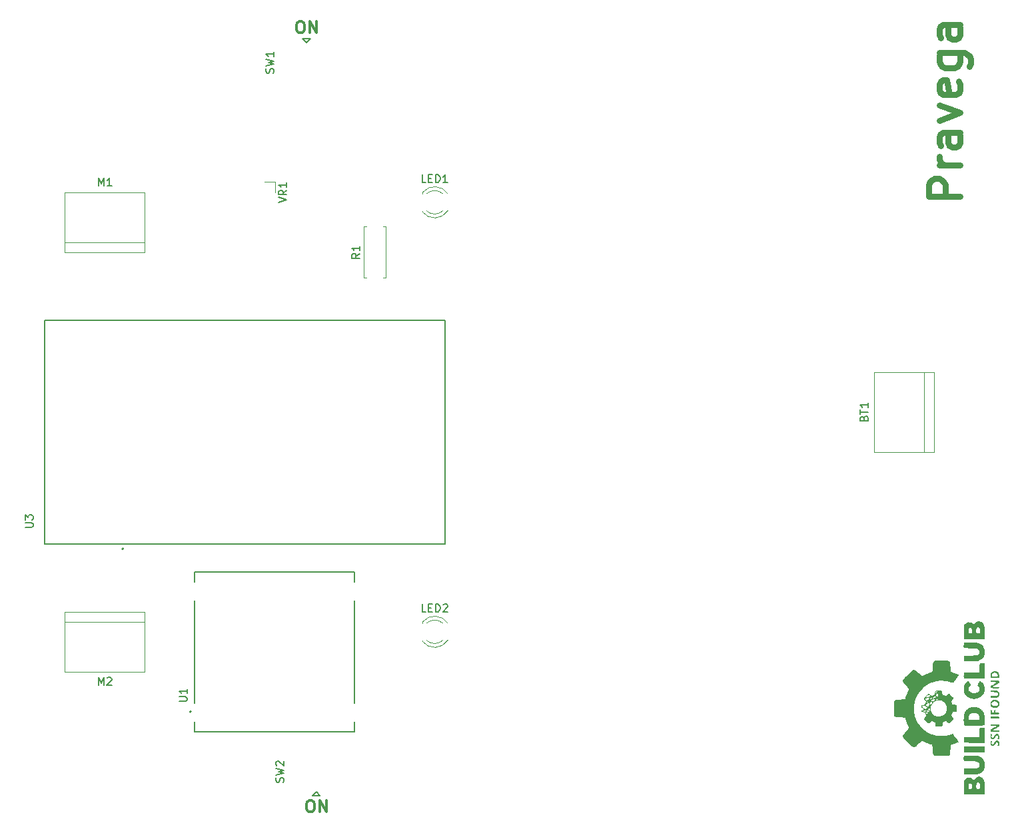
<source format=gto>
%TF.GenerationSoftware,KiCad,Pcbnew,7.0.9*%
%TF.CreationDate,2024-02-13T13:26:57+05:30*%
%TF.ProjectId,PIDFollower,50494446-6f6c-46c6-9f77-65722e6b6963,v01*%
%TF.SameCoordinates,Original*%
%TF.FileFunction,Legend,Top*%
%TF.FilePolarity,Positive*%
%FSLAX46Y46*%
G04 Gerber Fmt 4.6, Leading zero omitted, Abs format (unit mm)*
G04 Created by KiCad (PCBNEW 7.0.9) date 2024-02-13 13:26:57*
%MOMM*%
%LPD*%
G01*
G04 APERTURE LIST*
%ADD10C,0.300000*%
%ADD11C,0.800000*%
%ADD12C,0.200000*%
%ADD13C,0.127000*%
%ADD14C,0.120000*%
G04 APERTURE END LIST*
D10*
X114886225Y-41734828D02*
X115171939Y-41734828D01*
X115171939Y-41734828D02*
X115314796Y-41806257D01*
X115314796Y-41806257D02*
X115457653Y-41949114D01*
X115457653Y-41949114D02*
X115529082Y-42234828D01*
X115529082Y-42234828D02*
X115529082Y-42734828D01*
X115529082Y-42734828D02*
X115457653Y-43020542D01*
X115457653Y-43020542D02*
X115314796Y-43163400D01*
X115314796Y-43163400D02*
X115171939Y-43234828D01*
X115171939Y-43234828D02*
X114886225Y-43234828D01*
X114886225Y-43234828D02*
X114743368Y-43163400D01*
X114743368Y-43163400D02*
X114600510Y-43020542D01*
X114600510Y-43020542D02*
X114529082Y-42734828D01*
X114529082Y-42734828D02*
X114529082Y-42234828D01*
X114529082Y-42234828D02*
X114600510Y-41949114D01*
X114600510Y-41949114D02*
X114743368Y-41806257D01*
X114743368Y-41806257D02*
X114886225Y-41734828D01*
X116171939Y-43234828D02*
X116171939Y-41734828D01*
X116171939Y-41734828D02*
X117029082Y-43234828D01*
X117029082Y-43234828D02*
X117029082Y-41734828D01*
X116156225Y-140794828D02*
X116441939Y-140794828D01*
X116441939Y-140794828D02*
X116584796Y-140866257D01*
X116584796Y-140866257D02*
X116727653Y-141009114D01*
X116727653Y-141009114D02*
X116799082Y-141294828D01*
X116799082Y-141294828D02*
X116799082Y-141794828D01*
X116799082Y-141794828D02*
X116727653Y-142080542D01*
X116727653Y-142080542D02*
X116584796Y-142223400D01*
X116584796Y-142223400D02*
X116441939Y-142294828D01*
X116441939Y-142294828D02*
X116156225Y-142294828D01*
X116156225Y-142294828D02*
X116013368Y-142223400D01*
X116013368Y-142223400D02*
X115870510Y-142080542D01*
X115870510Y-142080542D02*
X115799082Y-141794828D01*
X115799082Y-141794828D02*
X115799082Y-141294828D01*
X115799082Y-141294828D02*
X115870510Y-141009114D01*
X115870510Y-141009114D02*
X116013368Y-140866257D01*
X116013368Y-140866257D02*
X116156225Y-140794828D01*
X117441939Y-142294828D02*
X117441939Y-140794828D01*
X117441939Y-140794828D02*
X118299082Y-142294828D01*
X118299082Y-142294828D02*
X118299082Y-140794828D01*
D11*
X198858876Y-64053304D02*
X194858876Y-64053304D01*
X194858876Y-64053304D02*
X194858876Y-62529494D01*
X194858876Y-62529494D02*
X195049352Y-62148542D01*
X195049352Y-62148542D02*
X195239828Y-61958065D01*
X195239828Y-61958065D02*
X195620780Y-61767589D01*
X195620780Y-61767589D02*
X196192209Y-61767589D01*
X196192209Y-61767589D02*
X196573161Y-61958065D01*
X196573161Y-61958065D02*
X196763638Y-62148542D01*
X196763638Y-62148542D02*
X196954114Y-62529494D01*
X196954114Y-62529494D02*
X196954114Y-64053304D01*
X198858876Y-60053304D02*
X196192209Y-60053304D01*
X196954114Y-60053304D02*
X196573161Y-59862827D01*
X196573161Y-59862827D02*
X196382685Y-59672351D01*
X196382685Y-59672351D02*
X196192209Y-59291399D01*
X196192209Y-59291399D02*
X196192209Y-58910446D01*
X198858876Y-55862828D02*
X196763638Y-55862828D01*
X196763638Y-55862828D02*
X196382685Y-56053304D01*
X196382685Y-56053304D02*
X196192209Y-56434256D01*
X196192209Y-56434256D02*
X196192209Y-57196161D01*
X196192209Y-57196161D02*
X196382685Y-57577114D01*
X198668400Y-55862828D02*
X198858876Y-56243780D01*
X198858876Y-56243780D02*
X198858876Y-57196161D01*
X198858876Y-57196161D02*
X198668400Y-57577114D01*
X198668400Y-57577114D02*
X198287447Y-57767590D01*
X198287447Y-57767590D02*
X197906495Y-57767590D01*
X197906495Y-57767590D02*
X197525542Y-57577114D01*
X197525542Y-57577114D02*
X197335066Y-57196161D01*
X197335066Y-57196161D02*
X197335066Y-56243780D01*
X197335066Y-56243780D02*
X197144590Y-55862828D01*
X196192209Y-54339018D02*
X198858876Y-53386637D01*
X198858876Y-53386637D02*
X196192209Y-52434256D01*
X198668400Y-49386637D02*
X198858876Y-49767589D01*
X198858876Y-49767589D02*
X198858876Y-50529494D01*
X198858876Y-50529494D02*
X198668400Y-50910447D01*
X198668400Y-50910447D02*
X198287447Y-51100923D01*
X198287447Y-51100923D02*
X196763638Y-51100923D01*
X196763638Y-51100923D02*
X196382685Y-50910447D01*
X196382685Y-50910447D02*
X196192209Y-50529494D01*
X196192209Y-50529494D02*
X196192209Y-49767589D01*
X196192209Y-49767589D02*
X196382685Y-49386637D01*
X196382685Y-49386637D02*
X196763638Y-49196161D01*
X196763638Y-49196161D02*
X197144590Y-49196161D01*
X197144590Y-49196161D02*
X197525542Y-51100923D01*
X196192209Y-45767590D02*
X199430304Y-45767590D01*
X199430304Y-45767590D02*
X199811257Y-45958066D01*
X199811257Y-45958066D02*
X200001733Y-46148542D01*
X200001733Y-46148542D02*
X200192209Y-46529495D01*
X200192209Y-46529495D02*
X200192209Y-47100923D01*
X200192209Y-47100923D02*
X200001733Y-47481876D01*
X198668400Y-45767590D02*
X198858876Y-46148542D01*
X198858876Y-46148542D02*
X198858876Y-46910447D01*
X198858876Y-46910447D02*
X198668400Y-47291399D01*
X198668400Y-47291399D02*
X198477923Y-47481876D01*
X198477923Y-47481876D02*
X198096971Y-47672352D01*
X198096971Y-47672352D02*
X196954114Y-47672352D01*
X196954114Y-47672352D02*
X196573161Y-47481876D01*
X196573161Y-47481876D02*
X196382685Y-47291399D01*
X196382685Y-47291399D02*
X196192209Y-46910447D01*
X196192209Y-46910447D02*
X196192209Y-46148542D01*
X196192209Y-46148542D02*
X196382685Y-45767590D01*
X198858876Y-42148542D02*
X196763638Y-42148542D01*
X196763638Y-42148542D02*
X196382685Y-42339018D01*
X196382685Y-42339018D02*
X196192209Y-42719970D01*
X196192209Y-42719970D02*
X196192209Y-43481875D01*
X196192209Y-43481875D02*
X196382685Y-43862828D01*
X198668400Y-42148542D02*
X198858876Y-42529494D01*
X198858876Y-42529494D02*
X198858876Y-43481875D01*
X198858876Y-43481875D02*
X198668400Y-43862828D01*
X198668400Y-43862828D02*
X198287447Y-44053304D01*
X198287447Y-44053304D02*
X197906495Y-44053304D01*
X197906495Y-44053304D02*
X197525542Y-43862828D01*
X197525542Y-43862828D02*
X197335066Y-43481875D01*
X197335066Y-43481875D02*
X197335066Y-42529494D01*
X197335066Y-42529494D02*
X197144590Y-42148542D01*
D12*
X80042219Y-106096904D02*
X80851742Y-106096904D01*
X80851742Y-106096904D02*
X80946980Y-106049285D01*
X80946980Y-106049285D02*
X80994600Y-106001666D01*
X80994600Y-106001666D02*
X81042219Y-105906428D01*
X81042219Y-105906428D02*
X81042219Y-105715952D01*
X81042219Y-105715952D02*
X80994600Y-105620714D01*
X80994600Y-105620714D02*
X80946980Y-105573095D01*
X80946980Y-105573095D02*
X80851742Y-105525476D01*
X80851742Y-105525476D02*
X80042219Y-105525476D01*
X80042219Y-105144523D02*
X80042219Y-104525476D01*
X80042219Y-104525476D02*
X80423171Y-104858809D01*
X80423171Y-104858809D02*
X80423171Y-104715952D01*
X80423171Y-104715952D02*
X80470790Y-104620714D01*
X80470790Y-104620714D02*
X80518409Y-104573095D01*
X80518409Y-104573095D02*
X80613647Y-104525476D01*
X80613647Y-104525476D02*
X80851742Y-104525476D01*
X80851742Y-104525476D02*
X80946980Y-104573095D01*
X80946980Y-104573095D02*
X80994600Y-104620714D01*
X80994600Y-104620714D02*
X81042219Y-104715952D01*
X81042219Y-104715952D02*
X81042219Y-105001666D01*
X81042219Y-105001666D02*
X80994600Y-105096904D01*
X80994600Y-105096904D02*
X80946980Y-105144523D01*
X111588600Y-48323332D02*
X111636219Y-48180475D01*
X111636219Y-48180475D02*
X111636219Y-47942380D01*
X111636219Y-47942380D02*
X111588600Y-47847142D01*
X111588600Y-47847142D02*
X111540980Y-47799523D01*
X111540980Y-47799523D02*
X111445742Y-47751904D01*
X111445742Y-47751904D02*
X111350504Y-47751904D01*
X111350504Y-47751904D02*
X111255266Y-47799523D01*
X111255266Y-47799523D02*
X111207647Y-47847142D01*
X111207647Y-47847142D02*
X111160028Y-47942380D01*
X111160028Y-47942380D02*
X111112409Y-48132856D01*
X111112409Y-48132856D02*
X111064790Y-48228094D01*
X111064790Y-48228094D02*
X111017171Y-48275713D01*
X111017171Y-48275713D02*
X110921933Y-48323332D01*
X110921933Y-48323332D02*
X110826695Y-48323332D01*
X110826695Y-48323332D02*
X110731457Y-48275713D01*
X110731457Y-48275713D02*
X110683838Y-48228094D01*
X110683838Y-48228094D02*
X110636219Y-48132856D01*
X110636219Y-48132856D02*
X110636219Y-47894761D01*
X110636219Y-47894761D02*
X110683838Y-47751904D01*
X110636219Y-47418570D02*
X111636219Y-47180475D01*
X111636219Y-47180475D02*
X110921933Y-46989999D01*
X110921933Y-46989999D02*
X111636219Y-46799523D01*
X111636219Y-46799523D02*
X110636219Y-46561428D01*
X111636219Y-45656666D02*
X111636219Y-46228094D01*
X111636219Y-45942380D02*
X110636219Y-45942380D01*
X110636219Y-45942380D02*
X110779076Y-46037618D01*
X110779076Y-46037618D02*
X110874314Y-46132856D01*
X110874314Y-46132856D02*
X110921933Y-46228094D01*
X186618409Y-92225714D02*
X186666028Y-92082857D01*
X186666028Y-92082857D02*
X186713647Y-92035238D01*
X186713647Y-92035238D02*
X186808885Y-91987619D01*
X186808885Y-91987619D02*
X186951742Y-91987619D01*
X186951742Y-91987619D02*
X187046980Y-92035238D01*
X187046980Y-92035238D02*
X187094600Y-92082857D01*
X187094600Y-92082857D02*
X187142219Y-92178095D01*
X187142219Y-92178095D02*
X187142219Y-92559047D01*
X187142219Y-92559047D02*
X186142219Y-92559047D01*
X186142219Y-92559047D02*
X186142219Y-92225714D01*
X186142219Y-92225714D02*
X186189838Y-92130476D01*
X186189838Y-92130476D02*
X186237457Y-92082857D01*
X186237457Y-92082857D02*
X186332695Y-92035238D01*
X186332695Y-92035238D02*
X186427933Y-92035238D01*
X186427933Y-92035238D02*
X186523171Y-92082857D01*
X186523171Y-92082857D02*
X186570790Y-92130476D01*
X186570790Y-92130476D02*
X186618409Y-92225714D01*
X186618409Y-92225714D02*
X186618409Y-92559047D01*
X186142219Y-91701904D02*
X186142219Y-91130476D01*
X187142219Y-91416190D02*
X186142219Y-91416190D01*
X187142219Y-90273333D02*
X187142219Y-90844761D01*
X187142219Y-90559047D02*
X186142219Y-90559047D01*
X186142219Y-90559047D02*
X186285076Y-90654285D01*
X186285076Y-90654285D02*
X186380314Y-90749523D01*
X186380314Y-90749523D02*
X186427933Y-90844761D01*
X99599019Y-128215104D02*
X100408542Y-128215104D01*
X100408542Y-128215104D02*
X100503780Y-128167485D01*
X100503780Y-128167485D02*
X100551400Y-128119866D01*
X100551400Y-128119866D02*
X100599019Y-128024628D01*
X100599019Y-128024628D02*
X100599019Y-127834152D01*
X100599019Y-127834152D02*
X100551400Y-127738914D01*
X100551400Y-127738914D02*
X100503780Y-127691295D01*
X100503780Y-127691295D02*
X100408542Y-127643676D01*
X100408542Y-127643676D02*
X99599019Y-127643676D01*
X100599019Y-126643676D02*
X100599019Y-127215104D01*
X100599019Y-126929390D02*
X99599019Y-126929390D01*
X99599019Y-126929390D02*
X99741876Y-127024628D01*
X99741876Y-127024628D02*
X99837114Y-127119866D01*
X99837114Y-127119866D02*
X99884733Y-127215104D01*
X89360476Y-126182219D02*
X89360476Y-125182219D01*
X89360476Y-125182219D02*
X89693809Y-125896504D01*
X89693809Y-125896504D02*
X90027142Y-125182219D01*
X90027142Y-125182219D02*
X90027142Y-126182219D01*
X90455714Y-125277457D02*
X90503333Y-125229838D01*
X90503333Y-125229838D02*
X90598571Y-125182219D01*
X90598571Y-125182219D02*
X90836666Y-125182219D01*
X90836666Y-125182219D02*
X90931904Y-125229838D01*
X90931904Y-125229838D02*
X90979523Y-125277457D01*
X90979523Y-125277457D02*
X91027142Y-125372695D01*
X91027142Y-125372695D02*
X91027142Y-125467933D01*
X91027142Y-125467933D02*
X90979523Y-125610790D01*
X90979523Y-125610790D02*
X90408095Y-126182219D01*
X90408095Y-126182219D02*
X91027142Y-126182219D01*
X130960952Y-62262219D02*
X130484762Y-62262219D01*
X130484762Y-62262219D02*
X130484762Y-61262219D01*
X131294286Y-61738409D02*
X131627619Y-61738409D01*
X131770476Y-62262219D02*
X131294286Y-62262219D01*
X131294286Y-62262219D02*
X131294286Y-61262219D01*
X131294286Y-61262219D02*
X131770476Y-61262219D01*
X132199048Y-62262219D02*
X132199048Y-61262219D01*
X132199048Y-61262219D02*
X132437143Y-61262219D01*
X132437143Y-61262219D02*
X132580000Y-61309838D01*
X132580000Y-61309838D02*
X132675238Y-61405076D01*
X132675238Y-61405076D02*
X132722857Y-61500314D01*
X132722857Y-61500314D02*
X132770476Y-61690790D01*
X132770476Y-61690790D02*
X132770476Y-61833647D01*
X132770476Y-61833647D02*
X132722857Y-62024123D01*
X132722857Y-62024123D02*
X132675238Y-62119361D01*
X132675238Y-62119361D02*
X132580000Y-62214600D01*
X132580000Y-62214600D02*
X132437143Y-62262219D01*
X132437143Y-62262219D02*
X132199048Y-62262219D01*
X133722857Y-62262219D02*
X133151429Y-62262219D01*
X133437143Y-62262219D02*
X133437143Y-61262219D01*
X133437143Y-61262219D02*
X133341905Y-61405076D01*
X133341905Y-61405076D02*
X133246667Y-61500314D01*
X133246667Y-61500314D02*
X133151429Y-61547933D01*
X130960952Y-116872219D02*
X130484762Y-116872219D01*
X130484762Y-116872219D02*
X130484762Y-115872219D01*
X131294286Y-116348409D02*
X131627619Y-116348409D01*
X131770476Y-116872219D02*
X131294286Y-116872219D01*
X131294286Y-116872219D02*
X131294286Y-115872219D01*
X131294286Y-115872219D02*
X131770476Y-115872219D01*
X132199048Y-116872219D02*
X132199048Y-115872219D01*
X132199048Y-115872219D02*
X132437143Y-115872219D01*
X132437143Y-115872219D02*
X132580000Y-115919838D01*
X132580000Y-115919838D02*
X132675238Y-116015076D01*
X132675238Y-116015076D02*
X132722857Y-116110314D01*
X132722857Y-116110314D02*
X132770476Y-116300790D01*
X132770476Y-116300790D02*
X132770476Y-116443647D01*
X132770476Y-116443647D02*
X132722857Y-116634123D01*
X132722857Y-116634123D02*
X132675238Y-116729361D01*
X132675238Y-116729361D02*
X132580000Y-116824600D01*
X132580000Y-116824600D02*
X132437143Y-116872219D01*
X132437143Y-116872219D02*
X132199048Y-116872219D01*
X133151429Y-115967457D02*
X133199048Y-115919838D01*
X133199048Y-115919838D02*
X133294286Y-115872219D01*
X133294286Y-115872219D02*
X133532381Y-115872219D01*
X133532381Y-115872219D02*
X133627619Y-115919838D01*
X133627619Y-115919838D02*
X133675238Y-115967457D01*
X133675238Y-115967457D02*
X133722857Y-116062695D01*
X133722857Y-116062695D02*
X133722857Y-116157933D01*
X133722857Y-116157933D02*
X133675238Y-116300790D01*
X133675238Y-116300790D02*
X133103810Y-116872219D01*
X133103810Y-116872219D02*
X133722857Y-116872219D01*
X112272219Y-64809523D02*
X113272219Y-64476190D01*
X113272219Y-64476190D02*
X112272219Y-64142857D01*
X113272219Y-63238095D02*
X112796028Y-63571428D01*
X113272219Y-63809523D02*
X112272219Y-63809523D01*
X112272219Y-63809523D02*
X112272219Y-63428571D01*
X112272219Y-63428571D02*
X112319838Y-63333333D01*
X112319838Y-63333333D02*
X112367457Y-63285714D01*
X112367457Y-63285714D02*
X112462695Y-63238095D01*
X112462695Y-63238095D02*
X112605552Y-63238095D01*
X112605552Y-63238095D02*
X112700790Y-63285714D01*
X112700790Y-63285714D02*
X112748409Y-63333333D01*
X112748409Y-63333333D02*
X112796028Y-63428571D01*
X112796028Y-63428571D02*
X112796028Y-63809523D01*
X113272219Y-62285714D02*
X113272219Y-62857142D01*
X113272219Y-62571428D02*
X112272219Y-62571428D01*
X112272219Y-62571428D02*
X112415076Y-62666666D01*
X112415076Y-62666666D02*
X112510314Y-62761904D01*
X112510314Y-62761904D02*
X112557933Y-62857142D01*
X122542219Y-71286666D02*
X122066028Y-71619999D01*
X122542219Y-71858094D02*
X121542219Y-71858094D01*
X121542219Y-71858094D02*
X121542219Y-71477142D01*
X121542219Y-71477142D02*
X121589838Y-71381904D01*
X121589838Y-71381904D02*
X121637457Y-71334285D01*
X121637457Y-71334285D02*
X121732695Y-71286666D01*
X121732695Y-71286666D02*
X121875552Y-71286666D01*
X121875552Y-71286666D02*
X121970790Y-71334285D01*
X121970790Y-71334285D02*
X122018409Y-71381904D01*
X122018409Y-71381904D02*
X122066028Y-71477142D01*
X122066028Y-71477142D02*
X122066028Y-71858094D01*
X122542219Y-70334285D02*
X122542219Y-70905713D01*
X122542219Y-70619999D02*
X121542219Y-70619999D01*
X121542219Y-70619999D02*
X121685076Y-70715237D01*
X121685076Y-70715237D02*
X121780314Y-70810475D01*
X121780314Y-70810475D02*
X121827933Y-70905713D01*
X112858600Y-138493332D02*
X112906219Y-138350475D01*
X112906219Y-138350475D02*
X112906219Y-138112380D01*
X112906219Y-138112380D02*
X112858600Y-138017142D01*
X112858600Y-138017142D02*
X112810980Y-137969523D01*
X112810980Y-137969523D02*
X112715742Y-137921904D01*
X112715742Y-137921904D02*
X112620504Y-137921904D01*
X112620504Y-137921904D02*
X112525266Y-137969523D01*
X112525266Y-137969523D02*
X112477647Y-138017142D01*
X112477647Y-138017142D02*
X112430028Y-138112380D01*
X112430028Y-138112380D02*
X112382409Y-138302856D01*
X112382409Y-138302856D02*
X112334790Y-138398094D01*
X112334790Y-138398094D02*
X112287171Y-138445713D01*
X112287171Y-138445713D02*
X112191933Y-138493332D01*
X112191933Y-138493332D02*
X112096695Y-138493332D01*
X112096695Y-138493332D02*
X112001457Y-138445713D01*
X112001457Y-138445713D02*
X111953838Y-138398094D01*
X111953838Y-138398094D02*
X111906219Y-138302856D01*
X111906219Y-138302856D02*
X111906219Y-138064761D01*
X111906219Y-138064761D02*
X111953838Y-137921904D01*
X111906219Y-137588570D02*
X112906219Y-137350475D01*
X112906219Y-137350475D02*
X112191933Y-137159999D01*
X112191933Y-137159999D02*
X112906219Y-136969523D01*
X112906219Y-136969523D02*
X111906219Y-136731428D01*
X112001457Y-136398094D02*
X111953838Y-136350475D01*
X111953838Y-136350475D02*
X111906219Y-136255237D01*
X111906219Y-136255237D02*
X111906219Y-136017142D01*
X111906219Y-136017142D02*
X111953838Y-135921904D01*
X111953838Y-135921904D02*
X112001457Y-135874285D01*
X112001457Y-135874285D02*
X112096695Y-135826666D01*
X112096695Y-135826666D02*
X112191933Y-135826666D01*
X112191933Y-135826666D02*
X112334790Y-135874285D01*
X112334790Y-135874285D02*
X112906219Y-136445713D01*
X112906219Y-136445713D02*
X112906219Y-135826666D01*
X89360476Y-62682219D02*
X89360476Y-61682219D01*
X89360476Y-61682219D02*
X89693809Y-62396504D01*
X89693809Y-62396504D02*
X90027142Y-61682219D01*
X90027142Y-61682219D02*
X90027142Y-62682219D01*
X91027142Y-62682219D02*
X90455714Y-62682219D01*
X90741428Y-62682219D02*
X90741428Y-61682219D01*
X90741428Y-61682219D02*
X90646190Y-61825076D01*
X90646190Y-61825076D02*
X90550952Y-61920314D01*
X90550952Y-61920314D02*
X90455714Y-61967933D01*
%TO.C,G\u002A\u002A\u002A*%
G36*
X203806961Y-130219090D02*
G01*
X203817012Y-130293614D01*
X203808613Y-130358513D01*
X203806422Y-130364485D01*
X203794159Y-130372117D01*
X203761973Y-130378094D01*
X203706468Y-130382572D01*
X203624248Y-130385705D01*
X203511915Y-130387647D01*
X203366073Y-130388553D01*
X203275338Y-130388666D01*
X203119982Y-130388597D01*
X202998883Y-130388159D01*
X202907610Y-130387004D01*
X202841728Y-130384785D01*
X202796806Y-130381153D01*
X202768411Y-130375762D01*
X202752111Y-130368263D01*
X202743472Y-130358308D01*
X202738433Y-130346553D01*
X202730927Y-130296845D01*
X202735005Y-130244992D01*
X202747156Y-130185543D01*
X203271186Y-130180400D01*
X203795216Y-130175257D01*
X203806961Y-130219090D01*
G37*
G36*
X201785872Y-133962268D02*
G01*
X201861079Y-133962717D01*
X201902193Y-133963492D01*
X201908001Y-133963854D01*
X201960288Y-133969887D01*
X201966036Y-134275399D01*
X201967414Y-134384694D01*
X201967415Y-134484218D01*
X201966133Y-134565766D01*
X201963660Y-134621134D01*
X201961924Y-134636921D01*
X201952063Y-134692931D01*
X200658284Y-134697905D01*
X200382018Y-134698773D01*
X200142623Y-134699090D01*
X199938282Y-134698833D01*
X199767179Y-134697977D01*
X199627498Y-134696500D01*
X199517423Y-134694377D01*
X199435138Y-134691584D01*
X199378828Y-134688099D01*
X199346675Y-134683897D01*
X199337740Y-134680666D01*
X199327798Y-134664755D01*
X199320877Y-134632863D01*
X199316680Y-134579992D01*
X199314911Y-134501146D01*
X199315275Y-134391328D01*
X199316247Y-134317809D01*
X199321518Y-133977165D01*
X200588617Y-133967493D01*
X200807877Y-133965916D01*
X201016694Y-133964600D01*
X201211688Y-133963555D01*
X201389481Y-133962790D01*
X201546695Y-133962314D01*
X201679952Y-133962137D01*
X201785872Y-133962268D01*
G37*
G36*
X201962113Y-132536096D02*
G01*
X201962113Y-133503481D01*
X200641816Y-133498511D01*
X199321518Y-133493540D01*
X199316213Y-133169117D01*
X199315366Y-133036482D01*
X199317437Y-132929863D01*
X199322260Y-132853204D01*
X199329670Y-132810448D01*
X199331402Y-132806398D01*
X199337016Y-132797790D01*
X199345992Y-132790578D01*
X199361544Y-132784640D01*
X199386883Y-132779851D01*
X199425221Y-132776088D01*
X199479770Y-132773228D01*
X199553742Y-132771147D01*
X199650348Y-132769721D01*
X199772802Y-132768828D01*
X199924315Y-132768342D01*
X200108099Y-132768142D01*
X200326998Y-132768102D01*
X200557058Y-132767899D01*
X200751032Y-132767248D01*
X200911522Y-132766085D01*
X201041130Y-132764346D01*
X201142459Y-132761968D01*
X201218110Y-132758888D01*
X201270686Y-132755042D01*
X201302788Y-132750367D01*
X201317020Y-132744798D01*
X201317749Y-132743921D01*
X201321798Y-132718952D01*
X201325458Y-132660450D01*
X201328588Y-132573572D01*
X201331047Y-132463474D01*
X201332693Y-132335312D01*
X201333387Y-132194243D01*
X201333400Y-132171754D01*
X201333523Y-132011522D01*
X201334084Y-131885573D01*
X201335371Y-131789501D01*
X201337672Y-131718901D01*
X201341272Y-131669366D01*
X201346461Y-131636491D01*
X201353526Y-131615868D01*
X201362753Y-131603092D01*
X201370951Y-131596240D01*
X201397790Y-131584440D01*
X201444307Y-131576280D01*
X201515883Y-131571288D01*
X201617898Y-131568995D01*
X201685307Y-131568712D01*
X201962113Y-131568712D01*
X201962113Y-132536096D01*
G37*
G36*
X203122813Y-126858886D02*
G01*
X203267436Y-126859940D01*
X203378439Y-126862732D01*
X203460867Y-126867589D01*
X203519764Y-126874840D01*
X203560175Y-126884814D01*
X203568300Y-126887903D01*
X203675768Y-126949954D01*
X203753437Y-127035059D01*
X203801821Y-127144236D01*
X203821435Y-127278504D01*
X203818684Y-127383660D01*
X203810020Y-127462100D01*
X203796026Y-127516921D01*
X203771270Y-127563192D01*
X203738469Y-127606127D01*
X203692862Y-127654585D01*
X203641812Y-127691876D01*
X203579931Y-127719225D01*
X203501832Y-127737858D01*
X203402128Y-127749000D01*
X203275432Y-127753878D01*
X203116356Y-127753717D01*
X203091303Y-127753364D01*
X202745585Y-127748072D01*
X202739239Y-127692536D01*
X202738388Y-127634185D01*
X202744106Y-127592320D01*
X202749100Y-127576253D01*
X202758475Y-127564577D01*
X202777748Y-127556579D01*
X202812438Y-127551541D01*
X202868061Y-127548749D01*
X202950136Y-127547487D01*
X203064181Y-127547041D01*
X203093815Y-127546981D01*
X203214358Y-127545614D01*
X203318666Y-127542232D01*
X203400543Y-127537176D01*
X203453791Y-127530788D01*
X203469740Y-127526291D01*
X203520342Y-127509393D01*
X203548119Y-127506259D01*
X203586057Y-127488693D01*
X203616275Y-127442360D01*
X203636433Y-127376808D01*
X203644187Y-127301585D01*
X203637196Y-127226239D01*
X203626172Y-127188088D01*
X203594420Y-127144029D01*
X203553628Y-127116712D01*
X203499995Y-127094687D01*
X203461351Y-127078231D01*
X203429897Y-127072406D01*
X203366923Y-127066872D01*
X203279600Y-127062045D01*
X203175096Y-127058338D01*
X203084123Y-127056459D01*
X202745585Y-127051651D01*
X202745585Y-126954926D01*
X202745585Y-126858201D01*
X203122813Y-126858886D01*
G37*
G36*
X202818925Y-129281018D02*
G01*
X202844187Y-129300509D01*
X202864081Y-129326274D01*
X202875247Y-129364391D01*
X202879721Y-129424894D01*
X202880033Y-129477101D01*
X202882395Y-129565982D01*
X202894593Y-129623209D01*
X202922127Y-129655574D01*
X202970494Y-129669869D01*
X203038524Y-129672900D01*
X203111664Y-129669120D01*
X203158896Y-129653290D01*
X203185724Y-129618672D01*
X203197650Y-129558533D01*
X203200193Y-129475029D01*
X203203403Y-129386505D01*
X203215258Y-129329904D01*
X203239094Y-129298824D01*
X203278247Y-129286865D01*
X203298718Y-129286000D01*
X203333504Y-129290828D01*
X203355829Y-129309767D01*
X203368304Y-129349503D01*
X203373540Y-129416719D01*
X203374298Y-129479450D01*
X203374768Y-129562458D01*
X203380559Y-129617529D01*
X203398247Y-129650387D01*
X203434408Y-129666753D01*
X203495617Y-129672351D01*
X203588449Y-129672903D01*
X203596579Y-129672900D01*
X203686152Y-129673366D01*
X203744419Y-129675781D01*
X203778762Y-129681671D01*
X203796564Y-129692565D01*
X203805207Y-129709987D01*
X203807041Y-129716427D01*
X203817995Y-129789266D01*
X203804342Y-129840464D01*
X203803238Y-129842248D01*
X203788658Y-129849999D01*
X203753618Y-129856116D01*
X203694747Y-129860762D01*
X203608676Y-129864097D01*
X203492035Y-129866281D01*
X203341455Y-129867476D01*
X203269609Y-129867715D01*
X203131952Y-129867697D01*
X203007346Y-129867032D01*
X202900917Y-129865799D01*
X202817792Y-129864079D01*
X202763096Y-129861952D01*
X202741956Y-129859496D01*
X202741951Y-129859492D01*
X202737660Y-129836666D01*
X202734594Y-129783718D01*
X202732720Y-129709198D01*
X202732001Y-129621655D01*
X202732403Y-129529636D01*
X202733888Y-129441691D01*
X202736423Y-129366369D01*
X202739971Y-129312217D01*
X202744325Y-129288040D01*
X202775423Y-129267877D01*
X202818925Y-129281018D01*
G37*
G36*
X203303299Y-124376293D02*
G01*
X203418211Y-124388144D01*
X203507146Y-124412236D01*
X203582012Y-124452946D01*
X203638926Y-124499632D01*
X203679708Y-124535834D01*
X203710389Y-124560347D01*
X203713688Y-124562545D01*
X203737149Y-124594551D01*
X203760708Y-124656450D01*
X203782458Y-124739500D01*
X203800493Y-124834955D01*
X203812905Y-124934072D01*
X203817788Y-125028107D01*
X203817768Y-125039770D01*
X203816024Y-125120106D01*
X203812713Y-125186810D01*
X203808426Y-125229576D01*
X203806422Y-125238057D01*
X203794229Y-125245627D01*
X203762209Y-125251571D01*
X203706986Y-125256039D01*
X203625186Y-125259182D01*
X203513434Y-125261151D01*
X203368356Y-125262098D01*
X203314192Y-125262172D01*
X203266289Y-125262238D01*
X202735913Y-125262238D01*
X202733157Y-125199367D01*
X202732266Y-125153645D01*
X202732068Y-125080720D01*
X202732559Y-124992069D01*
X202733267Y-124929907D01*
X202734102Y-124897961D01*
X202877268Y-124897961D01*
X202879391Y-124965022D01*
X202901165Y-125019659D01*
X202935798Y-125048212D01*
X202970324Y-125054294D01*
X203033595Y-125059238D01*
X203117443Y-125062970D01*
X203213699Y-125065415D01*
X203314192Y-125066500D01*
X203410755Y-125066151D01*
X203495217Y-125064294D01*
X203559410Y-125060854D01*
X203595164Y-125055758D01*
X203598702Y-125054217D01*
X203627000Y-125020434D01*
X203638310Y-124965573D01*
X203633228Y-124884031D01*
X203623271Y-124823707D01*
X203592616Y-124730527D01*
X203538746Y-124663504D01*
X203457911Y-124619651D01*
X203346360Y-124595985D01*
X203335657Y-124594840D01*
X203222128Y-124589039D01*
X203127414Y-124595317D01*
X203058122Y-124612820D01*
X203024833Y-124635037D01*
X202992138Y-124658754D01*
X202975725Y-124662542D01*
X202953203Y-124679211D01*
X202938400Y-124715741D01*
X202921631Y-124771528D01*
X202896957Y-124830581D01*
X202877268Y-124897961D01*
X202734102Y-124897961D01*
X202735847Y-124831152D01*
X202741566Y-124760256D01*
X202752233Y-124706411D01*
X202769655Y-124658809D01*
X202783437Y-124630059D01*
X202857358Y-124521682D01*
X202954360Y-124443358D01*
X203075292Y-124394670D01*
X203221006Y-124375204D01*
X203303299Y-124376293D01*
G37*
G36*
X203261952Y-131130719D02*
G01*
X203399295Y-131132314D01*
X203524432Y-131134809D01*
X203631989Y-131138014D01*
X203716592Y-131141737D01*
X203772866Y-131145789D01*
X203795052Y-131149674D01*
X203809972Y-131178599D01*
X203818149Y-131237885D01*
X203819234Y-131276189D01*
X203817404Y-131331251D01*
X203808525Y-131374234D01*
X203787510Y-131410604D01*
X203749273Y-131445827D01*
X203688727Y-131485370D01*
X203600785Y-131534700D01*
X203556495Y-131558560D01*
X203480234Y-131600365D01*
X203414838Y-131637903D01*
X203369257Y-131665950D01*
X203354918Y-131676242D01*
X203314512Y-131703517D01*
X203277538Y-131722366D01*
X203202773Y-131760241D01*
X203134698Y-131804382D01*
X203080359Y-131849005D01*
X203046805Y-131888329D01*
X203041021Y-131916448D01*
X203060837Y-131918987D01*
X203113353Y-131920627D01*
X203192588Y-131921320D01*
X203292563Y-131921019D01*
X203407295Y-131919675D01*
X203420002Y-131919471D01*
X203794428Y-131913295D01*
X203806567Y-131958635D01*
X203818275Y-132028940D01*
X203809459Y-132072306D01*
X203800947Y-132080700D01*
X203775959Y-132084570D01*
X203718959Y-132087655D01*
X203636173Y-132089973D01*
X203533826Y-132091541D01*
X203418146Y-132092378D01*
X203295357Y-132092500D01*
X203171686Y-132091925D01*
X203053358Y-132090672D01*
X202946601Y-132088757D01*
X202857640Y-132086199D01*
X202792700Y-132083014D01*
X202758008Y-132079221D01*
X202754142Y-132077731D01*
X202743439Y-132047489D01*
X202736166Y-131988495D01*
X202733210Y-131910605D01*
X202734039Y-131854050D01*
X202743467Y-131814719D01*
X202761283Y-131800852D01*
X202794051Y-131788874D01*
X202824653Y-131766998D01*
X202871829Y-131732820D01*
X202949759Y-131685973D01*
X203053712Y-131629208D01*
X203122813Y-131593461D01*
X203171523Y-131567501D01*
X203205886Y-131547075D01*
X203209866Y-131544258D01*
X203266556Y-131504535D01*
X203329885Y-131465337D01*
X203385741Y-131435062D01*
X203412118Y-131423900D01*
X203443888Y-131401539D01*
X203447967Y-131362095D01*
X203442006Y-131313559D01*
X203098575Y-131316177D01*
X202755144Y-131318796D01*
X202732751Y-131269648D01*
X202720334Y-131214279D01*
X202731695Y-131173671D01*
X202753033Y-131126840D01*
X203261952Y-131130719D01*
G37*
G36*
X201962950Y-123448643D02*
G01*
X201964157Y-123583652D01*
X201965228Y-123735735D01*
X201966156Y-123900313D01*
X201966934Y-124072803D01*
X201967554Y-124248627D01*
X201968009Y-124423203D01*
X201968292Y-124591953D01*
X201968395Y-124750294D01*
X201968311Y-124893647D01*
X201968033Y-125017433D01*
X201967554Y-125117069D01*
X201966866Y-125187977D01*
X201965962Y-125225575D01*
X201965781Y-125228384D01*
X201959777Y-125300928D01*
X200647554Y-125300928D01*
X200388545Y-125300860D01*
X200165547Y-125300615D01*
X199975881Y-125300130D01*
X199816868Y-125299345D01*
X199685828Y-125298196D01*
X199580082Y-125296622D01*
X199496952Y-125294562D01*
X199433759Y-125291953D01*
X199387822Y-125288733D01*
X199356464Y-125284840D01*
X199337005Y-125280213D01*
X199326766Y-125274789D01*
X199323588Y-125270328D01*
X199318940Y-125239120D01*
X199315553Y-125178411D01*
X199313388Y-125096223D01*
X199312412Y-125000576D01*
X199312586Y-124899490D01*
X199313876Y-124800986D01*
X199316244Y-124713083D01*
X199319655Y-124643802D01*
X199324073Y-124601163D01*
X199326651Y-124592335D01*
X199353272Y-124580831D01*
X199411384Y-124573099D01*
X199493895Y-124570077D01*
X199495624Y-124570071D01*
X199548495Y-124569935D01*
X199635039Y-124569723D01*
X199750238Y-124569444D01*
X199889075Y-124569113D01*
X200046531Y-124568740D01*
X200217591Y-124568338D01*
X200397235Y-124567918D01*
X200476079Y-124567735D01*
X200676927Y-124567181D01*
X200842519Y-124566444D01*
X200976291Y-124565375D01*
X201081677Y-124563827D01*
X201162113Y-124561655D01*
X201221033Y-124558709D01*
X201261872Y-124554845D01*
X201288065Y-124549914D01*
X201303046Y-124543770D01*
X201310251Y-124536266D01*
X201312009Y-124531964D01*
X201315034Y-124504415D01*
X201318489Y-124443448D01*
X201322182Y-124354330D01*
X201325923Y-124242327D01*
X201329519Y-124112708D01*
X201332778Y-123970738D01*
X201333223Y-123948850D01*
X201336405Y-123806566D01*
X201339950Y-123676817D01*
X201343669Y-123564661D01*
X201347373Y-123475156D01*
X201350872Y-123413359D01*
X201353976Y-123384325D01*
X201354452Y-123383009D01*
X201376364Y-123377295D01*
X201430068Y-123372433D01*
X201508669Y-123368792D01*
X201605272Y-123366742D01*
X201663407Y-123366427D01*
X201962113Y-123366427D01*
X201962950Y-123448643D01*
G37*
G36*
X203533014Y-133216981D02*
G01*
X203598861Y-133221752D01*
X203642157Y-133233025D01*
X203677654Y-133258220D01*
X203720107Y-133304761D01*
X203729492Y-133315820D01*
X203808292Y-133408931D01*
X203813315Y-133596323D01*
X203814312Y-133680262D01*
X203812854Y-133751389D01*
X203809260Y-133799590D01*
X203806462Y-133812733D01*
X203771427Y-133864359D01*
X203721423Y-133900129D01*
X203668593Y-133913643D01*
X203632725Y-133904298D01*
X203620191Y-133875679D01*
X203620565Y-133820289D01*
X203633007Y-133747524D01*
X203653020Y-133677318D01*
X203664849Y-133629000D01*
X203661453Y-133583896D01*
X203641224Y-133524207D01*
X203638608Y-133517721D01*
X203614296Y-133463329D01*
X203591874Y-133436178D01*
X203560460Y-133426990D01*
X203531316Y-133426246D01*
X203483016Y-133431930D01*
X203446743Y-133454295D01*
X203408152Y-133501880D01*
X203376669Y-133550052D01*
X203357584Y-133586303D01*
X203354953Y-133595824D01*
X203341643Y-133622591D01*
X203325936Y-133638628D01*
X203301200Y-133674731D01*
X203296918Y-133695237D01*
X203279559Y-133741526D01*
X203234093Y-133789279D01*
X203170443Y-133832822D01*
X203098529Y-133866483D01*
X203028271Y-133884589D01*
X202970664Y-133881797D01*
X202927932Y-133871369D01*
X202884619Y-133862915D01*
X202819958Y-133833169D01*
X202769541Y-133771763D01*
X202735139Y-133683662D01*
X202718525Y-133573832D01*
X202721472Y-133447236D01*
X202725118Y-133416160D01*
X202736899Y-133346973D01*
X202750582Y-133293523D01*
X202763293Y-133266928D01*
X202763808Y-133266533D01*
X202812976Y-133252459D01*
X202868369Y-133262361D01*
X202898526Y-133281689D01*
X202914410Y-133302688D01*
X202916899Y-133328730D01*
X202905261Y-133371390D01*
X202890245Y-133412268D01*
X202864061Y-133487367D01*
X202854805Y-133538651D01*
X202862961Y-133577322D01*
X202889007Y-133614585D01*
X202899422Y-133626130D01*
X202957398Y-133666894D01*
X203018422Y-133671459D01*
X203078508Y-133641669D01*
X203133673Y-133579370D01*
X203175280Y-133498376D01*
X203197434Y-133452785D01*
X203217170Y-133427586D01*
X203221639Y-133425833D01*
X203237494Y-133410411D01*
X203238883Y-133400463D01*
X203253356Y-133365215D01*
X203297957Y-133314429D01*
X203363029Y-133255671D01*
X203399776Y-133230150D01*
X203441130Y-133217913D01*
X203501155Y-133215761D01*
X203533014Y-133216981D01*
G37*
G36*
X203566362Y-132332914D02*
G01*
X203618878Y-132357454D01*
X203673073Y-132389735D01*
X203717381Y-132422703D01*
X203740237Y-132449307D01*
X203741242Y-132453746D01*
X203752899Y-132476253D01*
X203759306Y-132477927D01*
X203780238Y-132495826D01*
X203797214Y-132544011D01*
X203809509Y-132614213D01*
X203816397Y-132698162D01*
X203817152Y-132787590D01*
X203811050Y-132874226D01*
X203799840Y-132939872D01*
X203775940Y-133001085D01*
X203736205Y-133030482D01*
X203674146Y-133034300D01*
X203644082Y-133028454D01*
X203626057Y-133013050D01*
X203619372Y-132981827D01*
X203623324Y-132928523D01*
X203637214Y-132846876D01*
X203647367Y-132794971D01*
X203659369Y-132727676D01*
X203660956Y-132683380D01*
X203650578Y-132647419D01*
X203627444Y-132606357D01*
X203582815Y-132552638D01*
X203541989Y-132536573D01*
X203502892Y-132548666D01*
X203456449Y-132577324D01*
X203415897Y-132612470D01*
X203394475Y-132644028D01*
X203393643Y-132649492D01*
X203381384Y-132673376D01*
X203379135Y-132674601D01*
X203363371Y-132694329D01*
X203338124Y-132738315D01*
X203318224Y-132777775D01*
X203274482Y-132850533D01*
X203217867Y-132922025D01*
X203193255Y-132947044D01*
X203140672Y-132990918D01*
X203095813Y-133012577D01*
X203041430Y-133019357D01*
X203022683Y-133019587D01*
X202916775Y-133005391D01*
X202827200Y-132965482D01*
X202768613Y-132911271D01*
X202745228Y-132858174D01*
X202728961Y-132777746D01*
X202720822Y-132680860D01*
X202721817Y-132578389D01*
X202730243Y-132497272D01*
X202746867Y-132390875D01*
X202820130Y-132393202D01*
X202882025Y-132400027D01*
X202912988Y-132419684D01*
X202916133Y-132458412D01*
X202894575Y-132522451D01*
X202890011Y-132533214D01*
X202865391Y-132604747D01*
X202857213Y-132662148D01*
X202859033Y-132677488D01*
X202882778Y-132733079D01*
X202920179Y-132783908D01*
X202961186Y-132818226D01*
X202986193Y-132826137D01*
X203040257Y-132808339D01*
X203095951Y-132759327D01*
X203146594Y-132685672D01*
X203163491Y-132651777D01*
X203190227Y-132598508D01*
X203212914Y-132563472D01*
X203222987Y-132555307D01*
X203237749Y-132539948D01*
X203238883Y-132530928D01*
X203255235Y-132491602D01*
X203297837Y-132444901D01*
X203357013Y-132397800D01*
X203423082Y-132357276D01*
X203486368Y-132330307D01*
X203527092Y-132323167D01*
X203566362Y-132332914D01*
G37*
G36*
X203807041Y-125634629D02*
G01*
X203816320Y-125694412D01*
X203818393Y-125764959D01*
X203813248Y-125827239D01*
X203807175Y-125851503D01*
X203783417Y-125880455D01*
X203739225Y-125913618D01*
X203724959Y-125922078D01*
X203661625Y-125958306D01*
X203592524Y-125999062D01*
X203577421Y-126008168D01*
X203515487Y-126044518D01*
X203456035Y-126077544D01*
X203442006Y-126084912D01*
X203340230Y-126139447D01*
X203244008Y-126195125D01*
X203158567Y-126248463D01*
X203089132Y-126295977D01*
X203040929Y-126334184D01*
X203019186Y-126359599D01*
X203019789Y-126366343D01*
X203043551Y-126371949D01*
X203099859Y-126377627D01*
X203182575Y-126382991D01*
X203285557Y-126387655D01*
X203402665Y-126391234D01*
X203423195Y-126391699D01*
X203541077Y-126394317D01*
X203644934Y-126396776D01*
X203728875Y-126398926D01*
X203787010Y-126400612D01*
X203813449Y-126401685D01*
X203814397Y-126401804D01*
X203817648Y-126420399D01*
X203815794Y-126460462D01*
X203809996Y-126505284D01*
X203805839Y-126524808D01*
X203800889Y-126534966D01*
X203789096Y-126542809D01*
X203766135Y-126548572D01*
X203727680Y-126552489D01*
X203669406Y-126554797D01*
X203586987Y-126555729D01*
X203476098Y-126555520D01*
X203332414Y-126554406D01*
X203271518Y-126553826D01*
X202746103Y-126548681D01*
X202731582Y-126447730D01*
X202726718Y-126365779D01*
X202736080Y-126300411D01*
X202757760Y-126259245D01*
X202781428Y-126248833D01*
X202816284Y-126235181D01*
X202831053Y-126221726D01*
X202859610Y-126199111D01*
X202911174Y-126167642D01*
X202964000Y-126139543D01*
X203059089Y-126089371D01*
X203145892Y-126038567D01*
X203213227Y-125993828D01*
X203233231Y-125978276D01*
X203263081Y-125960633D01*
X203272266Y-125958658D01*
X203296565Y-125948622D01*
X203339307Y-125923355D01*
X203359109Y-125910296D01*
X203409380Y-125880499D01*
X203450549Y-125863473D01*
X203460325Y-125861933D01*
X203485938Y-125849828D01*
X203487100Y-125823617D01*
X203464666Y-125798462D01*
X203456515Y-125794520D01*
X203426524Y-125790168D01*
X203365063Y-125786718D01*
X203279343Y-125784390D01*
X203176578Y-125783401D01*
X203096811Y-125783635D01*
X202978487Y-125783468D01*
X202878782Y-125781113D01*
X202803376Y-125776838D01*
X202757952Y-125770911D01*
X202747981Y-125767197D01*
X202734227Y-125735312D01*
X202731674Y-125680029D01*
X202732490Y-125669614D01*
X202739977Y-125591103D01*
X203267676Y-125591103D01*
X203795376Y-125591103D01*
X203807041Y-125634629D01*
G37*
G36*
X203614147Y-128106183D02*
G01*
X203669211Y-128149388D01*
X203712564Y-128190099D01*
X203730217Y-128212358D01*
X203758097Y-128257387D01*
X203785380Y-128296955D01*
X203802643Y-128329796D01*
X203812912Y-128376262D01*
X203817507Y-128445348D01*
X203818007Y-128519645D01*
X203815664Y-128603200D01*
X203810452Y-128675814D01*
X203803318Y-128725998D01*
X203800018Y-128737524D01*
X203778238Y-128775971D01*
X203762554Y-128791865D01*
X203743210Y-128820835D01*
X203741854Y-128831046D01*
X203727930Y-128862460D01*
X203693986Y-128904175D01*
X203651758Y-128944434D01*
X203612984Y-128971480D01*
X203596660Y-128976480D01*
X203563174Y-128989166D01*
X203538462Y-129008530D01*
X203503042Y-129024093D01*
X203438917Y-129035131D01*
X203355804Y-129041647D01*
X203310143Y-129042636D01*
X203263423Y-129043647D01*
X203171492Y-129041136D01*
X203089728Y-129034118D01*
X203027851Y-129022599D01*
X202997071Y-129008261D01*
X202958275Y-128982710D01*
X202932755Y-128976480D01*
X202895140Y-128960687D01*
X202846162Y-128917975D01*
X202793071Y-128855344D01*
X202763566Y-128813134D01*
X202746693Y-128780879D01*
X202735710Y-128740582D01*
X202729457Y-128683694D01*
X202726773Y-128601663D01*
X202726395Y-128539218D01*
X202726450Y-128526294D01*
X202852055Y-128526294D01*
X202863119Y-128579804D01*
X202891552Y-128642395D01*
X202930397Y-128703660D01*
X202972699Y-128753192D01*
X203011502Y-128780588D01*
X203023667Y-128783030D01*
X203046450Y-128798128D01*
X203049283Y-128804253D01*
X203070864Y-128815341D01*
X203122734Y-128825758D01*
X203196503Y-128833978D01*
X203223169Y-128835883D01*
X203310143Y-128839848D01*
X203371396Y-128837696D01*
X203419629Y-128827833D01*
X203467545Y-128808668D01*
X203477299Y-128804020D01*
X203545946Y-128766668D01*
X203589352Y-128728730D01*
X203619099Y-128677749D01*
X203636054Y-128633289D01*
X203652066Y-128538621D01*
X203634266Y-128438344D01*
X203613728Y-128386457D01*
X203576450Y-128337137D01*
X203517277Y-128291761D01*
X203504962Y-128284842D01*
X203417030Y-128254336D01*
X203308674Y-128239991D01*
X203194683Y-128241937D01*
X203089845Y-128260300D01*
X203034298Y-128280768D01*
X202964797Y-128328389D01*
X202905510Y-128394030D01*
X202865108Y-128466012D01*
X202852055Y-128526294D01*
X202726450Y-128526294D01*
X202726801Y-128444046D01*
X202729402Y-128378160D01*
X202736031Y-128332161D01*
X202748522Y-128296648D01*
X202768708Y-128262219D01*
X202785033Y-128238515D01*
X202838660Y-128175538D01*
X202904560Y-128115421D01*
X202930121Y-128096513D01*
X202966722Y-128072709D01*
X202998973Y-128056471D01*
X203035259Y-128046353D01*
X203083965Y-128040907D01*
X203153480Y-128038688D01*
X203252186Y-128038249D01*
X203267901Y-128038247D01*
X203519386Y-128038247D01*
X203614147Y-128106183D01*
G37*
G36*
X200343579Y-120736398D02*
G01*
X200489295Y-120738118D01*
X200623244Y-120740718D01*
X200740383Y-120744211D01*
X200835666Y-120748607D01*
X200904048Y-120753918D01*
X200915061Y-120755220D01*
X201038953Y-120775777D01*
X201158479Y-120803644D01*
X201261570Y-120835647D01*
X201326712Y-120863444D01*
X201370137Y-120882828D01*
X201398397Y-120890265D01*
X201430949Y-120902791D01*
X201482790Y-120936329D01*
X201546915Y-120984820D01*
X201616319Y-121042204D01*
X201683994Y-121102423D01*
X201742937Y-121159417D01*
X201786141Y-121207127D01*
X201806599Y-121239493D01*
X201807352Y-121243974D01*
X201817670Y-121270502D01*
X201842735Y-121311179D01*
X201844992Y-121314380D01*
X201892266Y-121398642D01*
X201930058Y-121507412D01*
X201960053Y-121646179D01*
X201973096Y-121731773D01*
X201985808Y-121827016D01*
X201993466Y-121896635D01*
X201996065Y-121953346D01*
X201993605Y-122009865D01*
X201986082Y-122078909D01*
X201973494Y-122173193D01*
X201973016Y-122176708D01*
X201960237Y-122259076D01*
X201946356Y-122330172D01*
X201933686Y-122378729D01*
X201929378Y-122389504D01*
X201910534Y-122426937D01*
X201881560Y-122485456D01*
X201853719Y-122542197D01*
X201771354Y-122674143D01*
X201660674Y-122797911D01*
X201530182Y-122906795D01*
X201388379Y-122994089D01*
X201243768Y-123053087D01*
X201188312Y-123067005D01*
X201134644Y-123082348D01*
X201095437Y-123101168D01*
X201093470Y-123102667D01*
X201072714Y-123108428D01*
X201024731Y-123113238D01*
X200947759Y-123117141D01*
X200840037Y-123120178D01*
X200699805Y-123122392D01*
X200525302Y-123123828D01*
X200314766Y-123124527D01*
X200193927Y-123124614D01*
X199321518Y-123124614D01*
X199321518Y-122776404D01*
X199321518Y-122428194D01*
X200066301Y-122416502D01*
X200295869Y-122412310D01*
X200489455Y-122407401D01*
X200649767Y-122401571D01*
X200779511Y-122394620D01*
X200881392Y-122386347D01*
X200958118Y-122376548D01*
X201012392Y-122365022D01*
X201046923Y-122351568D01*
X201059312Y-122342464D01*
X201093860Y-122323440D01*
X201105420Y-122321796D01*
X201131960Y-122309083D01*
X201174895Y-122276102D01*
X201214887Y-122239580D01*
X201291818Y-122141321D01*
X201332542Y-122031415D01*
X201337709Y-121907575D01*
X201327703Y-121842285D01*
X201289730Y-121739625D01*
X201219796Y-121648941D01*
X201115259Y-121567212D01*
X201057272Y-121533121D01*
X200965844Y-121483343D01*
X200153463Y-121475308D01*
X199936505Y-121472823D01*
X199756172Y-121469987D01*
X199610398Y-121466722D01*
X199497118Y-121462952D01*
X199414266Y-121458601D01*
X199359778Y-121453593D01*
X199331588Y-121447851D01*
X199326760Y-121444763D01*
X199319939Y-121414831D01*
X199315150Y-121355073D01*
X199312294Y-121273452D01*
X199311276Y-121177927D01*
X199311999Y-121076459D01*
X199314368Y-120977010D01*
X199318285Y-120887541D01*
X199323655Y-120816012D01*
X199330381Y-120770385D01*
X199335060Y-120758719D01*
X199359653Y-120753013D01*
X199417883Y-120748088D01*
X199504706Y-120743953D01*
X199615077Y-120740622D01*
X199743951Y-120738105D01*
X199886283Y-120736412D01*
X200037028Y-120735556D01*
X200191142Y-120735548D01*
X200343579Y-120736398D01*
G37*
G36*
X200192248Y-135108418D02*
G01*
X200344508Y-135109417D01*
X200489937Y-135111323D01*
X200623478Y-135114145D01*
X200740072Y-135117893D01*
X200834664Y-135122575D01*
X200902197Y-135128200D01*
X200911246Y-135129335D01*
X201043881Y-135151516D01*
X201166682Y-135179955D01*
X201269178Y-135211946D01*
X201326712Y-135236788D01*
X201370986Y-135256229D01*
X201400606Y-135263609D01*
X201431917Y-135275397D01*
X201482347Y-135306559D01*
X201544017Y-135350791D01*
X201609045Y-135401790D01*
X201669552Y-135453251D01*
X201717655Y-135498870D01*
X201745476Y-135532344D01*
X201749317Y-135542550D01*
X201759739Y-135563041D01*
X201786730Y-135604656D01*
X201815484Y-135645794D01*
X201854901Y-135707304D01*
X201885058Y-135766342D01*
X201895532Y-135795762D01*
X201911172Y-135844779D01*
X201927339Y-135876463D01*
X201938098Y-135904970D01*
X201951722Y-135961214D01*
X201966340Y-136034535D01*
X201980079Y-136114273D01*
X201991067Y-136189766D01*
X201997431Y-136250354D01*
X201998070Y-136279222D01*
X201995313Y-136314530D01*
X201990012Y-136377874D01*
X201983054Y-136458753D01*
X201978542Y-136510313D01*
X201968756Y-136596842D01*
X201956303Y-136672135D01*
X201943131Y-136725588D01*
X201935899Y-136742453D01*
X201911456Y-136792303D01*
X201896752Y-136836762D01*
X201881399Y-136875060D01*
X201852452Y-136930604D01*
X201816214Y-136992982D01*
X201778986Y-137051783D01*
X201747071Y-137096594D01*
X201727254Y-137116800D01*
X201707673Y-137132180D01*
X201669064Y-137166492D01*
X201626581Y-137205933D01*
X201556369Y-137263627D01*
X201474176Y-137319225D01*
X201429830Y-137344204D01*
X201371607Y-137375257D01*
X201328606Y-137401167D01*
X201311730Y-137414667D01*
X201287567Y-137425535D01*
X201242405Y-137430357D01*
X201240369Y-137430369D01*
X201178493Y-137440475D01*
X201120605Y-137463439D01*
X201103739Y-137471321D01*
X201081078Y-137477858D01*
X201049104Y-137483179D01*
X201004298Y-137487410D01*
X200943141Y-137490681D01*
X200862114Y-137493118D01*
X200757700Y-137494850D01*
X200626379Y-137496005D01*
X200464633Y-137496709D01*
X200268944Y-137497092D01*
X200192044Y-137497174D01*
X199321518Y-137497958D01*
X199315988Y-137188437D01*
X199314746Y-137079731D01*
X199314934Y-136982023D01*
X199316436Y-136903056D01*
X199319139Y-136850572D01*
X199321193Y-136835391D01*
X199331928Y-136791865D01*
X199955436Y-136791918D01*
X200223362Y-136790405D01*
X200454873Y-136785833D01*
X200649595Y-136778227D01*
X200807156Y-136767609D01*
X200927182Y-136754005D01*
X201009300Y-136737437D01*
X201047380Y-136722109D01*
X201087189Y-136701573D01*
X201110543Y-136695140D01*
X201143126Y-136680067D01*
X201187497Y-136641059D01*
X201235659Y-136587430D01*
X201279619Y-136528496D01*
X201311380Y-136473570D01*
X201320027Y-136451083D01*
X201342582Y-136320683D01*
X201329699Y-136204404D01*
X201280727Y-136099430D01*
X201222297Y-136028805D01*
X201177938Y-135986879D01*
X201132638Y-135951769D01*
X201082631Y-135922877D01*
X201024152Y-135899609D01*
X200953435Y-135881368D01*
X200866716Y-135867558D01*
X200760230Y-135857582D01*
X200630211Y-135850845D01*
X200472895Y-135846751D01*
X200284516Y-135844704D01*
X200061308Y-135844107D01*
X200055662Y-135844105D01*
X199857838Y-135843696D01*
X199696074Y-135842503D01*
X199567748Y-135840441D01*
X199470236Y-135837426D01*
X199400916Y-135833371D01*
X199357163Y-135828192D01*
X199336356Y-135821804D01*
X199335060Y-135820745D01*
X199325922Y-135792571D01*
X199318914Y-135733829D01*
X199314036Y-135652587D01*
X199311288Y-135556907D01*
X199310670Y-135454855D01*
X199312182Y-135354496D01*
X199315824Y-135263894D01*
X199321596Y-135191115D01*
X199329498Y-135144223D01*
X199335060Y-135132063D01*
X199359923Y-135126114D01*
X199418410Y-135121002D01*
X199505464Y-135116738D01*
X199616028Y-135113328D01*
X199745046Y-135110783D01*
X199887459Y-135109110D01*
X200038212Y-135108319D01*
X200192248Y-135108418D01*
G37*
G36*
X201474907Y-118088626D02*
G01*
X201585307Y-118131509D01*
X201685545Y-118201509D01*
X201754624Y-118268919D01*
X201801718Y-118329611D01*
X201846191Y-118403161D01*
X201881662Y-118477158D01*
X201901753Y-118539195D01*
X201904077Y-118559639D01*
X201910845Y-118599545D01*
X201921905Y-118616288D01*
X201932955Y-118639976D01*
X201943913Y-118690640D01*
X201951383Y-118748009D01*
X201954047Y-118793280D01*
X201956658Y-118870092D01*
X201959166Y-118972994D01*
X201961519Y-119096536D01*
X201963667Y-119235268D01*
X201965559Y-119383737D01*
X201967143Y-119536494D01*
X201968369Y-119688087D01*
X201969185Y-119833067D01*
X201969540Y-119965982D01*
X201969384Y-120081381D01*
X201968665Y-120173815D01*
X201967332Y-120237832D01*
X201965603Y-120266389D01*
X201954458Y-120295983D01*
X201924694Y-120308407D01*
X201888223Y-120310446D01*
X201700257Y-120311593D01*
X201499769Y-120312353D01*
X201290241Y-120312746D01*
X201116853Y-120312785D01*
X201075157Y-120312794D01*
X200858001Y-120312518D01*
X200642256Y-120311940D01*
X200431405Y-120311080D01*
X200228933Y-120309959D01*
X200164375Y-120309499D01*
X200038322Y-120308600D01*
X199863056Y-120307022D01*
X199706619Y-120305247D01*
X199572494Y-120303296D01*
X199464164Y-120301191D01*
X199385114Y-120298952D01*
X199338826Y-120296601D01*
X199327779Y-120294896D01*
X199324214Y-120272384D01*
X199321168Y-120215018D01*
X199318692Y-120126631D01*
X199316840Y-120011056D01*
X199315663Y-119872126D01*
X199315215Y-119713673D01*
X199315546Y-119539532D01*
X199316084Y-119437824D01*
X199316979Y-119299415D01*
X199930886Y-119299415D01*
X199932054Y-119411842D01*
X199938574Y-119491304D01*
X199954973Y-119543513D01*
X199985780Y-119574186D01*
X200035521Y-119589036D01*
X200108724Y-119593778D01*
X200164375Y-119594149D01*
X200240315Y-119593094D01*
X200286869Y-119588326D01*
X200313316Y-119577448D01*
X200328938Y-119558058D01*
X200332710Y-119550623D01*
X200342398Y-119509797D01*
X200349072Y-119440598D01*
X200352510Y-119353245D01*
X200352501Y-119300069D01*
X200915118Y-119300069D01*
X200918217Y-119395886D01*
X200924635Y-119477275D01*
X200934409Y-119535795D01*
X200945465Y-119561334D01*
X200979847Y-119576327D01*
X201040908Y-119586777D01*
X201116853Y-119592223D01*
X201195887Y-119592204D01*
X201266216Y-119586260D01*
X201311823Y-119575653D01*
X201362417Y-119556417D01*
X201362417Y-119266558D01*
X201361636Y-119147488D01*
X201358848Y-119060059D01*
X201353383Y-118997245D01*
X201344573Y-118952021D01*
X201331750Y-118917361D01*
X201328563Y-118910921D01*
X201280243Y-118855516D01*
X201210839Y-118822229D01*
X201131224Y-118811372D01*
X201052273Y-118823254D01*
X200984860Y-118858187D01*
X200948202Y-118900056D01*
X200935225Y-118941374D01*
X200925393Y-119010477D01*
X200918741Y-119098922D01*
X200915304Y-119198267D01*
X200915118Y-119300069D01*
X200352501Y-119300069D01*
X200352494Y-119257954D01*
X200348803Y-119164942D01*
X200342531Y-119094645D01*
X200321698Y-119018412D01*
X200284647Y-118954394D01*
X200244618Y-118916379D01*
X200198939Y-118900277D01*
X200152545Y-118897729D01*
X200077465Y-118902519D01*
X200021072Y-118919934D01*
X199980844Y-118954546D01*
X199954259Y-119010924D01*
X199938796Y-119093638D01*
X199931931Y-119207258D01*
X199930886Y-119299415D01*
X199316979Y-119299415D01*
X199321518Y-118597881D01*
X199396205Y-118491484D01*
X199509111Y-118363049D01*
X199645163Y-118265033D01*
X199801799Y-118198939D01*
X199944854Y-118169489D01*
X200062112Y-118171087D01*
X200187165Y-118199142D01*
X200310504Y-118249049D01*
X200422623Y-118316205D01*
X200514015Y-118396003D01*
X200569121Y-118471858D01*
X200590589Y-118499662D01*
X200613793Y-118494421D01*
X200618983Y-118490364D01*
X200642566Y-118462293D01*
X200646652Y-118449642D01*
X200656960Y-118423605D01*
X200682504Y-118381410D01*
X200690178Y-118370269D01*
X200786423Y-118251485D01*
X200886401Y-118166586D01*
X200997877Y-118110980D01*
X201128614Y-118080073D01*
X201192165Y-118073272D01*
X201346481Y-118070126D01*
X201474907Y-118088626D01*
G37*
G36*
X201434983Y-125622266D02*
G01*
X201506235Y-125653941D01*
X201588141Y-125713254D01*
X201676061Y-125797446D01*
X201676239Y-125797637D01*
X201722437Y-125853576D01*
X201772611Y-125924506D01*
X201821309Y-126001342D01*
X201863084Y-126075001D01*
X201892485Y-126136399D01*
X201904062Y-126176453D01*
X201904077Y-126177390D01*
X201912638Y-126221670D01*
X201925019Y-126242692D01*
X201935501Y-126268852D01*
X201948694Y-126323594D01*
X201962966Y-126397052D01*
X201976685Y-126479364D01*
X201988218Y-126560664D01*
X201995933Y-126631090D01*
X201998198Y-126680777D01*
X201998068Y-126684096D01*
X201994005Y-126721069D01*
X201985046Y-126783840D01*
X201972973Y-126860096D01*
X201970385Y-126875621D01*
X201955862Y-126950053D01*
X201940429Y-127010203D01*
X201926943Y-127045317D01*
X201924381Y-127048759D01*
X201905533Y-127085407D01*
X201904077Y-127097353D01*
X201893318Y-127132602D01*
X201864636Y-127187884D01*
X201823426Y-127255446D01*
X201775080Y-127327536D01*
X201724992Y-127396400D01*
X201678557Y-127454286D01*
X201641167Y-127493442D01*
X201619600Y-127506259D01*
X201596506Y-127517230D01*
X201594557Y-127524119D01*
X201578532Y-127545034D01*
X201534866Y-127579769D01*
X201470179Y-127624160D01*
X201391086Y-127674044D01*
X201304205Y-127725257D01*
X201216153Y-127773637D01*
X201133548Y-127815019D01*
X201128295Y-127817474D01*
X201089830Y-127830593D01*
X201022144Y-127849040D01*
X200933974Y-127870662D01*
X200834058Y-127893305D01*
X200743377Y-127912359D01*
X200650687Y-127923832D01*
X200555004Y-127918346D01*
X200511237Y-127911460D01*
X200351993Y-127880660D01*
X200222086Y-127849018D01*
X200112244Y-127813234D01*
X200013191Y-127770009D01*
X199915653Y-127716042D01*
X199855612Y-127678187D01*
X199707450Y-127560540D01*
X199573684Y-127412796D01*
X199461009Y-127242772D01*
X199426736Y-127177285D01*
X199392978Y-127108944D01*
X199363141Y-127050035D01*
X199343629Y-127013198D01*
X199343494Y-127012961D01*
X199334766Y-126978652D01*
X199326969Y-126911430D01*
X199320567Y-126817069D01*
X199316028Y-126701342D01*
X199315037Y-126660395D01*
X199313147Y-126536370D01*
X199313650Y-126444513D01*
X199316964Y-126378355D01*
X199323504Y-126331423D01*
X199333688Y-126297249D01*
X199339207Y-126285031D01*
X199359903Y-126237828D01*
X199369749Y-126204119D01*
X199369881Y-126201842D01*
X199381276Y-126156957D01*
X199412039Y-126093184D01*
X199457039Y-126017604D01*
X199511146Y-125937295D01*
X199569228Y-125859339D01*
X199626154Y-125790815D01*
X199676793Y-125738802D01*
X199716014Y-125710381D01*
X199728392Y-125707173D01*
X199761063Y-125692415D01*
X199770329Y-125681241D01*
X199801462Y-125655555D01*
X199845995Y-125641463D01*
X199883274Y-125645152D01*
X199885718Y-125646673D01*
X199909806Y-125670914D01*
X199947636Y-125716566D01*
X199992960Y-125775154D01*
X200039532Y-125838206D01*
X200081102Y-125897248D01*
X200111425Y-125943805D01*
X200124253Y-125969404D01*
X200124336Y-125970324D01*
X200135423Y-125989884D01*
X200163670Y-126028623D01*
X200183880Y-126054365D01*
X200218747Y-126101200D01*
X200230951Y-126131877D01*
X200224116Y-126158632D01*
X200217916Y-126169301D01*
X200195043Y-126200380D01*
X200182554Y-126210189D01*
X200158951Y-126223496D01*
X200120046Y-126257056D01*
X200075428Y-126301502D01*
X200034687Y-126347467D01*
X200014250Y-126374576D01*
X199987101Y-126436783D01*
X199967690Y-126524403D01*
X199957733Y-126624632D01*
X199958948Y-126724663D01*
X199962629Y-126759471D01*
X199983003Y-126832524D01*
X200027462Y-126904597D01*
X200052755Y-126935320D01*
X200161129Y-127031788D01*
X200292072Y-127102820D01*
X200438916Y-127148318D01*
X200594992Y-127168182D01*
X200753629Y-127162314D01*
X200908160Y-127130615D01*
X201051915Y-127072988D01*
X201178224Y-126989333D01*
X201218414Y-126952552D01*
X201278423Y-126869496D01*
X201320025Y-126768675D01*
X201338975Y-126702578D01*
X201346526Y-126654090D01*
X201342914Y-126606259D01*
X201328375Y-126542132D01*
X201323441Y-126523031D01*
X201284756Y-126417365D01*
X201229813Y-126324846D01*
X201165140Y-126254961D01*
X201118272Y-126224906D01*
X201082530Y-126194395D01*
X201074346Y-126145810D01*
X201093825Y-126075929D01*
X201125441Y-126009872D01*
X201156169Y-125954496D01*
X201180579Y-125914341D01*
X201190962Y-125900623D01*
X201210608Y-125875698D01*
X201240641Y-125827818D01*
X201274215Y-125768668D01*
X201304484Y-125709931D01*
X201311719Y-125694528D01*
X201341774Y-125649078D01*
X201376873Y-125621747D01*
X201379029Y-125620988D01*
X201434983Y-125622266D01*
G37*
G36*
X201480166Y-137831742D02*
G01*
X201623090Y-137900649D01*
X201671937Y-137931829D01*
X201709133Y-137965099D01*
X201755083Y-138017381D01*
X201802699Y-138079014D01*
X201844892Y-138140335D01*
X201874572Y-138191685D01*
X201884732Y-138221835D01*
X201890246Y-138247229D01*
X201904651Y-138298046D01*
X201923423Y-138358811D01*
X201933078Y-138391153D01*
X201940986Y-138424614D01*
X201947318Y-138463266D01*
X201952250Y-138511184D01*
X201955953Y-138572442D01*
X201958601Y-138651114D01*
X201960367Y-138751274D01*
X201961425Y-138876995D01*
X201961948Y-139032351D01*
X201962108Y-139221417D01*
X201962113Y-139268476D01*
X201961938Y-139467783D01*
X201961337Y-139631715D01*
X201960196Y-139763585D01*
X201958400Y-139866709D01*
X201955836Y-139944401D01*
X201952389Y-139999973D01*
X201947945Y-140036740D01*
X201942389Y-140058017D01*
X201935608Y-140067116D01*
X201934569Y-140067602D01*
X201910943Y-140069430D01*
X201851909Y-140071190D01*
X201760747Y-140072852D01*
X201640740Y-140074388D01*
X201495168Y-140075767D01*
X201327313Y-140076961D01*
X201178897Y-140077739D01*
X201140457Y-140077941D01*
X200937881Y-140078676D01*
X200722866Y-140079138D01*
X200631065Y-140079242D01*
X200371700Y-140079350D01*
X200148434Y-140079171D01*
X200091599Y-140079016D01*
X199958678Y-140078654D01*
X199799843Y-140077747D01*
X199669337Y-140076401D01*
X199564572Y-140074563D01*
X199482958Y-140072181D01*
X199421905Y-140069206D01*
X199378823Y-140065585D01*
X199351123Y-140061267D01*
X199336215Y-140056201D01*
X199332880Y-140053534D01*
X199327883Y-140028623D01*
X199323721Y-139970167D01*
X199320374Y-139882977D01*
X199317818Y-139771865D01*
X199316032Y-139641645D01*
X199314992Y-139497127D01*
X199314678Y-139343125D01*
X199315067Y-139184449D01*
X199315923Y-139057437D01*
X199930886Y-139057437D01*
X199931464Y-139169292D01*
X199936305Y-139248043D01*
X199950075Y-139299273D01*
X199977438Y-139328567D01*
X200023058Y-139341509D01*
X200091599Y-139343682D01*
X200168047Y-139341349D01*
X200327459Y-139335734D01*
X200338740Y-139258354D01*
X200344714Y-139189564D01*
X200346679Y-139101558D01*
X200345077Y-139004642D01*
X200342388Y-138950270D01*
X200917151Y-138950270D01*
X200917330Y-139050857D01*
X200919702Y-139146436D01*
X200924242Y-139228798D01*
X200930927Y-139289737D01*
X200939735Y-139321042D01*
X200940696Y-139322192D01*
X200969888Y-139332600D01*
X201026666Y-139340158D01*
X201100009Y-139344545D01*
X201178897Y-139345441D01*
X201252307Y-139342524D01*
X201309220Y-139335473D01*
X201318891Y-139333213D01*
X201335407Y-139327483D01*
X201347108Y-139316641D01*
X201354824Y-139294778D01*
X201359383Y-139255980D01*
X201361615Y-139194336D01*
X201362350Y-139103935D01*
X201362417Y-139022997D01*
X201361600Y-138900714D01*
X201358757Y-138810488D01*
X201353303Y-138745714D01*
X201344652Y-138699785D01*
X201332216Y-138666096D01*
X201330427Y-138662534D01*
X201286510Y-138596909D01*
X201231474Y-138559338D01*
X201173321Y-138542993D01*
X201104895Y-138546318D01*
X201032078Y-138574280D01*
X200970205Y-138619097D01*
X200938819Y-138662011D01*
X200929998Y-138700546D01*
X200923461Y-138766907D01*
X200919187Y-138852884D01*
X200917151Y-138950270D01*
X200342388Y-138950270D01*
X200340353Y-138909122D01*
X200332950Y-138825304D01*
X200323312Y-138763492D01*
X200316457Y-138740846D01*
X200281238Y-138697209D01*
X200225356Y-138657525D01*
X200166175Y-138632878D01*
X200142259Y-138629641D01*
X200085121Y-138642856D01*
X200023667Y-138675946D01*
X199973094Y-138719076D01*
X199950951Y-138753434D01*
X199943256Y-138794006D01*
X199936926Y-138863679D01*
X199932594Y-138952870D01*
X199930891Y-139051997D01*
X199930886Y-139057437D01*
X199315923Y-139057437D01*
X199316135Y-139025913D01*
X199317863Y-138872329D01*
X199320226Y-138728508D01*
X199323203Y-138599263D01*
X199326772Y-138489406D01*
X199330910Y-138403749D01*
X199335596Y-138347104D01*
X199340806Y-138324283D01*
X199340863Y-138324240D01*
X199360933Y-138298857D01*
X199386424Y-138253228D01*
X199392535Y-138240451D01*
X199438618Y-138173065D01*
X199515551Y-138098756D01*
X199617475Y-138022822D01*
X199669729Y-137989658D01*
X199705400Y-137969947D01*
X199740832Y-137956718D01*
X199784650Y-137948720D01*
X199845481Y-137944706D01*
X199931952Y-137943424D01*
X199988921Y-137943421D01*
X200091494Y-137944196D01*
X200164156Y-137946905D01*
X200215680Y-137952912D01*
X200254842Y-137963578D01*
X200290415Y-137980268D01*
X200313988Y-137993921D01*
X200371723Y-138032852D01*
X200433698Y-138081310D01*
X200491967Y-138132166D01*
X200538582Y-138178292D01*
X200565597Y-138212558D01*
X200569272Y-138222916D01*
X200580079Y-138242691D01*
X200604866Y-138237827D01*
X200632180Y-138212840D01*
X200643463Y-138193651D01*
X200705937Y-138092799D01*
X200795432Y-137995511D01*
X200900812Y-137911741D01*
X201010940Y-137851446D01*
X201037590Y-137841316D01*
X201193025Y-137802876D01*
X201338681Y-137799418D01*
X201480166Y-137831742D01*
G37*
G36*
X200762166Y-128953525D02*
G01*
X200892309Y-128965439D01*
X201007728Y-128983923D01*
X201098417Y-129007605D01*
X201124379Y-129017711D01*
X201179396Y-129039681D01*
X201222520Y-129052504D01*
X201233004Y-129053860D01*
X201266642Y-129065119D01*
X201309248Y-129092226D01*
X201309661Y-129092550D01*
X201352805Y-129119815D01*
X201387739Y-129131240D01*
X201387877Y-129131240D01*
X201413700Y-129144508D01*
X201458546Y-129179883D01*
X201515663Y-129230726D01*
X201578298Y-129290393D01*
X201639702Y-129352245D01*
X201693122Y-129409640D01*
X201731808Y-129455937D01*
X201749008Y-129484494D01*
X201749317Y-129486787D01*
X201761098Y-129520529D01*
X201769382Y-129528258D01*
X201791505Y-129554722D01*
X201821339Y-129606255D01*
X201853411Y-129671548D01*
X201882246Y-129739296D01*
X201902372Y-129798191D01*
X201904965Y-129808315D01*
X201920181Y-129871515D01*
X201938284Y-129944685D01*
X201942917Y-129963076D01*
X201949053Y-130005788D01*
X201954455Y-130078895D01*
X201959081Y-130176734D01*
X201962891Y-130293640D01*
X201965843Y-130423950D01*
X201967896Y-130562001D01*
X201969009Y-130702128D01*
X201969140Y-130838669D01*
X201968248Y-130965960D01*
X201966293Y-131078337D01*
X201963233Y-131170137D01*
X201959026Y-131235696D01*
X201953631Y-131269350D01*
X201952440Y-131271710D01*
X201942633Y-131276994D01*
X201919964Y-131281551D01*
X201881924Y-131285432D01*
X201826006Y-131288689D01*
X201749703Y-131291371D01*
X201650507Y-131293530D01*
X201525911Y-131295217D01*
X201373407Y-131296482D01*
X201190487Y-131297377D01*
X200974644Y-131297952D01*
X200723371Y-131298258D01*
X200640775Y-131298304D01*
X200420461Y-131298237D01*
X200408465Y-131298215D01*
X200211450Y-131297852D01*
X200016973Y-131297177D01*
X199840257Y-131296238D01*
X199684531Y-131295061D01*
X199553026Y-131293672D01*
X199448968Y-131292099D01*
X199375587Y-131290367D01*
X199336112Y-131288503D01*
X199330151Y-131287566D01*
X199325116Y-131265511D01*
X199320737Y-131208255D01*
X199317117Y-131119283D01*
X199314360Y-131002079D01*
X199312571Y-130860129D01*
X199311855Y-130696918D01*
X199311846Y-130675507D01*
X199312055Y-130502908D01*
X199312492Y-130427854D01*
X199948667Y-130427854D01*
X199949936Y-130476997D01*
X199960084Y-130514533D01*
X199982701Y-130542007D01*
X200021376Y-130560967D01*
X200079699Y-130572958D01*
X200161262Y-130579527D01*
X200269654Y-130582220D01*
X200408465Y-130582584D01*
X200581285Y-130582164D01*
X200639977Y-130582116D01*
X200812519Y-130582008D01*
X200950534Y-130581529D01*
X201058186Y-130580444D01*
X201139639Y-130578518D01*
X201199056Y-130575515D01*
X201240602Y-130571201D01*
X201268438Y-130565342D01*
X201286730Y-130557702D01*
X201299640Y-130548046D01*
X201303097Y-130544712D01*
X201322158Y-130519446D01*
X201333604Y-130485195D01*
X201337766Y-130435338D01*
X201334977Y-130363254D01*
X201325568Y-130262323D01*
X201319839Y-130210766D01*
X201289372Y-130063579D01*
X201233227Y-129943755D01*
X201148699Y-129847526D01*
X201033083Y-129771124D01*
X200989286Y-129750338D01*
X200892897Y-129719026D01*
X200776550Y-129697384D01*
X200657668Y-129687604D01*
X200553673Y-129691875D01*
X200540254Y-129693893D01*
X200462642Y-129706842D01*
X200384277Y-129719598D01*
X200361523Y-129723217D01*
X200305294Y-129737171D01*
X200264583Y-129756314D01*
X200257593Y-129762554D01*
X200224686Y-129785644D01*
X200209020Y-129788970D01*
X200184764Y-129797449D01*
X200182316Y-129803479D01*
X200167730Y-129822747D01*
X200131923Y-129851384D01*
X200124168Y-129856678D01*
X200081383Y-129893411D01*
X200055066Y-129931003D01*
X200053978Y-129934058D01*
X200033929Y-129978292D01*
X200006997Y-130022315D01*
X199989082Y-130059184D01*
X199975550Y-130115969D01*
X199965175Y-130199394D01*
X199958404Y-130288562D01*
X199952686Y-130365558D01*
X199948667Y-130427854D01*
X199312492Y-130427854D01*
X199312866Y-130363715D01*
X199314556Y-130252645D01*
X199317402Y-130164415D01*
X199321681Y-130093741D01*
X199327671Y-130035341D01*
X199335648Y-129983931D01*
X199345889Y-129934230D01*
X199352110Y-129907684D01*
X199374908Y-129823729D01*
X199400166Y-129747229D01*
X199423403Y-129691355D01*
X199429490Y-129680290D01*
X199454209Y-129634309D01*
X199466350Y-129600325D01*
X199466606Y-129597243D01*
X199478028Y-129570276D01*
X199508008Y-129522569D01*
X199550118Y-129462921D01*
X199597933Y-129400132D01*
X199645023Y-129343004D01*
X199679803Y-129305345D01*
X199739254Y-129250792D01*
X199802287Y-129199884D01*
X199859997Y-129159128D01*
X199903480Y-129135033D01*
X199918010Y-129131240D01*
X199949137Y-129115660D01*
X199956838Y-129103236D01*
X199980823Y-129081480D01*
X200028449Y-129059852D01*
X200050796Y-129052983D01*
X200106844Y-129035390D01*
X200147975Y-129017856D01*
X200156065Y-129012674D01*
X200187964Y-129000263D01*
X200249261Y-128986982D01*
X200330719Y-128974068D01*
X200423102Y-128962757D01*
X200517176Y-128954287D01*
X200603704Y-128949894D01*
X200627307Y-128949554D01*
X200762166Y-128953525D01*
G37*
G36*
X196714321Y-123066671D02*
G01*
X196885211Y-123067033D01*
X197024320Y-123067796D01*
X197135102Y-123069090D01*
X197221012Y-123071047D01*
X197285505Y-123073796D01*
X197332034Y-123077467D01*
X197364055Y-123082193D01*
X197385021Y-123088102D01*
X197398387Y-123095325D01*
X197404284Y-123100433D01*
X197441114Y-123126853D01*
X197465779Y-123134287D01*
X197490651Y-123143161D01*
X197493415Y-123149984D01*
X197505416Y-123173715D01*
X197534492Y-123209757D01*
X197536428Y-123211850D01*
X197554841Y-123235523D01*
X197567988Y-123265371D01*
X197577336Y-123308981D01*
X197584352Y-123373938D01*
X197590501Y-123467830D01*
X197592294Y-123500837D01*
X197597991Y-123595977D01*
X197604162Y-123678531D01*
X197610087Y-123739991D01*
X197615046Y-123771847D01*
X197615311Y-123772672D01*
X197620104Y-123800939D01*
X197626912Y-123860729D01*
X197635040Y-123944972D01*
X197643793Y-124046595D01*
X197650076Y-124126352D01*
X197674677Y-124451015D01*
X197734593Y-124488045D01*
X197790867Y-124515020D01*
X197861978Y-124539323D01*
X197889820Y-124546435D01*
X197949018Y-124561880D01*
X197993011Y-124577286D01*
X198005267Y-124583917D01*
X198036833Y-124598445D01*
X198087076Y-124612444D01*
X198093110Y-124613709D01*
X198143687Y-124628644D01*
X198214644Y-124655438D01*
X198291748Y-124688662D01*
X198301807Y-124693323D01*
X198370805Y-124724392D01*
X198427673Y-124747800D01*
X198462303Y-124759444D01*
X198466240Y-124760035D01*
X198495193Y-124769162D01*
X198545092Y-124791873D01*
X198586408Y-124813234D01*
X198643417Y-124847534D01*
X198671426Y-124875352D01*
X198677511Y-124904185D01*
X198676951Y-124909191D01*
X198665814Y-124943203D01*
X198654074Y-124952718D01*
X198635069Y-124968528D01*
X198626365Y-124987416D01*
X198607075Y-125021326D01*
X198570433Y-125068464D01*
X198547681Y-125093859D01*
X198509067Y-125136902D01*
X198484566Y-125168259D01*
X198480010Y-125177297D01*
X198468965Y-125197550D01*
X198440269Y-125238341D01*
X198407467Y-125281396D01*
X198362857Y-125339264D01*
X198324147Y-125391263D01*
X198305905Y-125417083D01*
X198278577Y-125454667D01*
X198236363Y-125509358D01*
X198194672Y-125561545D01*
X198153004Y-125615417D01*
X198123423Y-125658608D01*
X198112455Y-125681391D01*
X198099090Y-125704323D01*
X198065253Y-125740964D01*
X198044748Y-125759998D01*
X198004473Y-125799392D01*
X197980228Y-125830319D01*
X197977040Y-125838868D01*
X197963240Y-125862618D01*
X197920770Y-125869752D01*
X197848026Y-125860099D01*
X197743401Y-125833489D01*
X197648175Y-125803977D01*
X197572498Y-125778217D01*
X197502098Y-125752449D01*
X197458905Y-125735072D01*
X197399397Y-125715569D01*
X197343861Y-125707180D01*
X197342707Y-125707173D01*
X197287033Y-125701147D01*
X197224828Y-125686572D01*
X197222457Y-125685833D01*
X197109022Y-125658723D01*
X196965679Y-125637904D01*
X196800710Y-125623465D01*
X196622397Y-125615496D01*
X196439022Y-125614089D01*
X196258866Y-125619331D01*
X196090213Y-125631314D01*
X195941343Y-125650127D01*
X195839416Y-125670821D01*
X195770990Y-125686467D01*
X195691801Y-125702250D01*
X195665311Y-125706975D01*
X195571876Y-125728307D01*
X195461515Y-125761489D01*
X195351790Y-125800832D01*
X195275487Y-125833284D01*
X195226528Y-125852899D01*
X195189873Y-125861875D01*
X195188052Y-125861933D01*
X195157933Y-125870711D01*
X195106440Y-125893517D01*
X195055561Y-125919641D01*
X194990345Y-125954164D01*
X194931763Y-125983528D01*
X194901183Y-125997595D01*
X194850748Y-126019123D01*
X194814971Y-126036563D01*
X194776520Y-126058999D01*
X194736751Y-126083785D01*
X194679453Y-126117907D01*
X194628082Y-126145532D01*
X194614388Y-126151978D01*
X194567824Y-126178346D01*
X194542357Y-126198651D01*
X194509114Y-126225458D01*
X194459074Y-126259428D01*
X194442252Y-126269862D01*
X194379670Y-126314062D01*
X194297713Y-126381276D01*
X194202661Y-126465551D01*
X194100791Y-126560936D01*
X193998382Y-126661482D01*
X193901711Y-126761235D01*
X193817057Y-126854247D01*
X193780763Y-126896891D01*
X193682284Y-127022448D01*
X193585375Y-127157505D01*
X193497405Y-127291155D01*
X193425738Y-127412489D01*
X193401900Y-127457897D01*
X193370759Y-127518184D01*
X193345449Y-127563493D01*
X193331756Y-127583639D01*
X193319062Y-127605920D01*
X193299211Y-127653090D01*
X193283689Y-127694873D01*
X193261607Y-127750449D01*
X193242294Y-127787339D01*
X193232972Y-127796434D01*
X193221042Y-127812718D01*
X193218167Y-127836186D01*
X193210327Y-127877829D01*
X193190638Y-127935109D01*
X193181232Y-127957092D01*
X193154089Y-128027670D01*
X193133219Y-128100636D01*
X193130124Y-128115627D01*
X193114382Y-128175691D01*
X193093717Y-128224679D01*
X193089680Y-128231165D01*
X193073854Y-128273119D01*
X193064495Y-128334586D01*
X193063407Y-128362705D01*
X193056356Y-128433768D01*
X193038681Y-128500005D01*
X193030672Y-128517997D01*
X193020697Y-128541164D01*
X193012920Y-128571600D01*
X193007070Y-128614049D01*
X193002876Y-128673257D01*
X193000067Y-128753970D01*
X192998371Y-128860934D01*
X192997518Y-128998893D01*
X192997294Y-129102223D01*
X192997771Y-129283385D01*
X192999776Y-129428822D01*
X193003427Y-129541472D01*
X193008842Y-129624274D01*
X193016139Y-129680166D01*
X193021442Y-129701918D01*
X193040355Y-129770401D01*
X193058147Y-129849643D01*
X193063100Y-129876023D01*
X193080018Y-129956844D01*
X193104029Y-130051296D01*
X193131676Y-130147583D01*
X193159503Y-130233906D01*
X193184054Y-130298468D01*
X193191506Y-130314271D01*
X193211081Y-130362132D01*
X193218167Y-130397099D01*
X193226684Y-130425035D01*
X193250055Y-130479987D01*
X193285013Y-130554786D01*
X193328293Y-130642262D01*
X193343100Y-130671244D01*
X193468185Y-130900411D01*
X193596474Y-131105330D01*
X193734539Y-131294441D01*
X193888953Y-131476185D01*
X194066289Y-131659001D01*
X194236358Y-131818290D01*
X194302838Y-131873228D01*
X194389010Y-131936775D01*
X194488931Y-132005318D01*
X194596662Y-132075242D01*
X194706260Y-132142933D01*
X194811784Y-132204779D01*
X194907294Y-132257165D01*
X194986847Y-132296478D01*
X195044503Y-132319104D01*
X195066407Y-132323167D01*
X195091662Y-132332176D01*
X195094633Y-132339407D01*
X195111219Y-132359641D01*
X195151290Y-132380727D01*
X195200323Y-132396305D01*
X195234272Y-132400547D01*
X195283058Y-132412712D01*
X195305905Y-132426797D01*
X195343076Y-132448298D01*
X195408119Y-132471548D01*
X195504608Y-132497649D01*
X195626621Y-132525646D01*
X195707649Y-132544131D01*
X195789098Y-132564103D01*
X195829744Y-132574807D01*
X195890876Y-132586536D01*
X195979815Y-132596748D01*
X196090627Y-132605354D01*
X196217377Y-132612267D01*
X196354133Y-132617397D01*
X196494960Y-132620655D01*
X196633924Y-132621954D01*
X196765093Y-132621203D01*
X196882531Y-132618315D01*
X196980306Y-132613200D01*
X197052484Y-132605770D01*
X197093131Y-132595936D01*
X197096842Y-132593757D01*
X197124581Y-132583499D01*
X197178943Y-132570255D01*
X197248304Y-132556848D01*
X197250155Y-132556530D01*
X197327900Y-132541133D01*
X197398714Y-132523508D01*
X197443605Y-132508824D01*
X197503943Y-132488324D01*
X197572699Y-132471073D01*
X197580467Y-132469559D01*
X197634358Y-132456798D01*
X197672034Y-132443045D01*
X197677193Y-132439841D01*
X197711266Y-132422982D01*
X197767129Y-132404292D01*
X197831527Y-132387148D01*
X197891205Y-132374929D01*
X197932909Y-132371012D01*
X197941485Y-132372483D01*
X197959290Y-132387726D01*
X197993383Y-132426089D01*
X198044885Y-132488988D01*
X198114916Y-132577840D01*
X198204596Y-132694062D01*
X198315046Y-132839070D01*
X198414943Y-132971225D01*
X198474703Y-133050478D01*
X198540685Y-133137974D01*
X198587960Y-133200657D01*
X198633480Y-133269070D01*
X198663263Y-133330179D01*
X198675081Y-133377197D01*
X198666710Y-133403340D01*
X198655465Y-133406488D01*
X198630067Y-133414126D01*
X198580228Y-133434217D01*
X198516414Y-133462524D01*
X198512085Y-133464523D01*
X198447191Y-133493271D01*
X198395027Y-133514028D01*
X198366355Y-133522530D01*
X198365648Y-133522558D01*
X198345505Y-133536287D01*
X198344595Y-133541903D01*
X198328315Y-133557376D01*
X198304054Y-133561248D01*
X198257573Y-133570746D01*
X198212165Y-133590526D01*
X198146631Y-133621358D01*
X198057027Y-133655020D01*
X197957240Y-133686853D01*
X197861159Y-133712202D01*
X197828607Y-133719146D01*
X197765983Y-133736298D01*
X197716988Y-133758432D01*
X197701153Y-133770873D01*
X197690292Y-133800749D01*
X197677774Y-133863377D01*
X197664231Y-133952883D01*
X197650295Y-134063397D01*
X197636599Y-134189047D01*
X197623775Y-134323961D01*
X197612456Y-134462268D01*
X197603275Y-134598096D01*
X197596863Y-134725574D01*
X197596081Y-134746340D01*
X197591653Y-134842914D01*
X197585233Y-134910340D01*
X197574942Y-134958160D01*
X197558898Y-134995916D01*
X197541272Y-135024382D01*
X197493999Y-135076887D01*
X197431449Y-135125950D01*
X197407468Y-135140242D01*
X197321082Y-135186229D01*
X196516128Y-135186229D01*
X196318311Y-135186174D01*
X196155277Y-135185887D01*
X196023115Y-135185182D01*
X195917919Y-135183877D01*
X195835779Y-135181786D01*
X195772787Y-135178725D01*
X195725036Y-135174510D01*
X195688616Y-135168956D01*
X195659619Y-135161879D01*
X195634137Y-135153095D01*
X195610862Y-135143528D01*
X195550875Y-135114563D01*
X195504259Y-135085908D01*
X195487398Y-135070984D01*
X195460376Y-135026384D01*
X195438388Y-134966369D01*
X195420679Y-134886418D01*
X195406496Y-134782015D01*
X195395084Y-134648642D01*
X195385690Y-134481779D01*
X195384430Y-134454091D01*
X195378347Y-134325837D01*
X195371825Y-134203670D01*
X195365343Y-134095490D01*
X195359376Y-134009194D01*
X195354403Y-133952682D01*
X195353880Y-133948148D01*
X195332655Y-133855493D01*
X195296070Y-133781391D01*
X195248704Y-133732642D01*
X195197615Y-133716008D01*
X195158165Y-133710186D01*
X195095972Y-133694781D01*
X195020579Y-133672888D01*
X194941529Y-133647600D01*
X194868367Y-133622009D01*
X194810637Y-133599211D01*
X194777882Y-133582297D01*
X194774342Y-133578815D01*
X194747705Y-133563223D01*
X194732044Y-133561248D01*
X194695878Y-133553338D01*
X194642648Y-133533491D01*
X194621952Y-133524220D01*
X194509992Y-133472513D01*
X194423799Y-133434838D01*
X194366426Y-133412484D01*
X194342851Y-133406488D01*
X194318902Y-133393504D01*
X194317609Y-133390994D01*
X194298329Y-133373750D01*
X194255476Y-133345698D01*
X194216835Y-133323287D01*
X194124466Y-133282379D01*
X194046807Y-133273163D01*
X193975969Y-133295924D01*
X193922813Y-133333944D01*
X193869301Y-133380038D01*
X193801927Y-133437985D01*
X193742007Y-133489459D01*
X193646099Y-133572419D01*
X193543334Y-133662353D01*
X193445715Y-133748699D01*
X193365247Y-133820895D01*
X193363255Y-133822702D01*
X193307640Y-133870495D01*
X193246458Y-133919395D01*
X193237512Y-133926175D01*
X193193912Y-133959765D01*
X193164873Y-133983791D01*
X193160132Y-133988429D01*
X193137045Y-133999561D01*
X193089756Y-134014515D01*
X193063190Y-134021508D01*
X192999809Y-134033916D01*
X192943423Y-134035294D01*
X192888721Y-134022833D01*
X192830394Y-133993723D01*
X192763130Y-133945158D01*
X192681620Y-133874329D01*
X192580553Y-133778428D01*
X192553297Y-133751858D01*
X192472031Y-133673023D01*
X192400113Y-133604488D01*
X192342125Y-133550517D01*
X192302644Y-133515375D01*
X192286383Y-133503311D01*
X192268698Y-133488474D01*
X192267038Y-133484507D01*
X192252148Y-133466007D01*
X192213814Y-133424127D01*
X192155884Y-133362911D01*
X192082209Y-133286399D01*
X191996638Y-133198633D01*
X191936560Y-133137565D01*
X191814932Y-133012521D01*
X191721651Y-132912532D01*
X191656868Y-132837771D01*
X191620737Y-132788411D01*
X191612531Y-132768099D01*
X191603272Y-132716982D01*
X191590979Y-132686598D01*
X191581576Y-132630611D01*
X191599202Y-132555382D01*
X191641054Y-132466308D01*
X191704331Y-132368783D01*
X191786230Y-132268204D01*
X191834999Y-132216736D01*
X191882950Y-132165713D01*
X191925969Y-132115353D01*
X191931724Y-132107998D01*
X191962308Y-132070405D01*
X192010129Y-132014216D01*
X192066517Y-131949567D01*
X192086484Y-131927029D01*
X192143778Y-131862018D01*
X192195525Y-131802197D01*
X192233074Y-131757603D01*
X192241244Y-131747471D01*
X192284482Y-131696217D01*
X192325617Y-131651597D01*
X192352867Y-131619837D01*
X192361750Y-131590294D01*
X192354836Y-131547094D01*
X192347145Y-131518573D01*
X192329616Y-131465089D01*
X192313171Y-131429428D01*
X192307520Y-131422739D01*
X192291735Y-131401378D01*
X192266034Y-131355262D01*
X192239807Y-131302331D01*
X192205835Y-131235088D01*
X192171994Y-131175796D01*
X192151533Y-131145349D01*
X192124694Y-131093233D01*
X192115502Y-131046156D01*
X192106244Y-130998557D01*
X192088508Y-130970696D01*
X192066413Y-130936987D01*
X192049851Y-130886014D01*
X192049306Y-130883218D01*
X192033359Y-130831973D01*
X192011441Y-130796901D01*
X192010274Y-130795882D01*
X191992062Y-130764605D01*
X191976028Y-130710224D01*
X191970280Y-130677868D01*
X191960222Y-130623116D01*
X191948995Y-130588461D01*
X191943130Y-130582116D01*
X191932539Y-130564728D01*
X191918462Y-130519251D01*
X191904633Y-130458774D01*
X191887249Y-130387078D01*
X191863888Y-130339844D01*
X191826499Y-130311073D01*
X191767032Y-130294768D01*
X191677434Y-130284930D01*
X191670566Y-130284387D01*
X191584914Y-130275743D01*
X191497528Y-130263903D01*
X191448099Y-130255382D01*
X191393602Y-130248396D01*
X191310408Y-130242380D01*
X191208505Y-130237858D01*
X191097884Y-130235355D01*
X191060641Y-130235059D01*
X190946833Y-130234211D01*
X190862993Y-130231921D01*
X190800399Y-130227002D01*
X190750332Y-130218268D01*
X190704068Y-130204532D01*
X190652887Y-130184608D01*
X190635050Y-130177154D01*
X190560319Y-130142832D01*
X190516215Y-130114393D01*
X190496141Y-130087168D01*
X190493564Y-130077011D01*
X190477309Y-130025353D01*
X190460419Y-129993153D01*
X190453696Y-129976081D01*
X190448105Y-129945085D01*
X190443540Y-129896963D01*
X190439895Y-129828514D01*
X190437063Y-129736535D01*
X190434938Y-129617824D01*
X190433416Y-129469181D01*
X190432389Y-129287403D01*
X190431889Y-129130881D01*
X190429876Y-128309077D01*
X190474765Y-128217539D01*
X190503057Y-128165816D01*
X190534621Y-128125168D01*
X190574596Y-128093832D01*
X190628119Y-128070046D01*
X190700329Y-128052047D01*
X190796363Y-128038074D01*
X190921360Y-128026365D01*
X191061199Y-128016415D01*
X191265516Y-128001725D01*
X191443629Y-127986343D01*
X191593323Y-127970553D01*
X191712380Y-127954637D01*
X191798586Y-127938876D01*
X191849723Y-127923555D01*
X191862929Y-127914264D01*
X191875310Y-127882724D01*
X191891122Y-127827563D01*
X191901548Y-127784385D01*
X191920079Y-127714269D01*
X191941332Y-127651706D01*
X191952519Y-127626351D01*
X191972671Y-127574921D01*
X191979967Y-127534309D01*
X191991308Y-127489612D01*
X192004268Y-127470471D01*
X192025873Y-127442757D01*
X192029795Y-127432748D01*
X192038862Y-127387759D01*
X192055468Y-127334925D01*
X192074654Y-127287399D01*
X192091462Y-127258330D01*
X192096902Y-127254774D01*
X192112913Y-127238775D01*
X192115984Y-127220920D01*
X192124499Y-127191663D01*
X192147459Y-127135592D01*
X192181551Y-127060269D01*
X192223461Y-126973254D01*
X192232054Y-126955985D01*
X192275319Y-126865713D01*
X192311212Y-126783634D01*
X192336365Y-126717985D01*
X192347409Y-126677003D01*
X192347642Y-126673255D01*
X192330159Y-126610636D01*
X192277982Y-126532426D01*
X192231572Y-126479754D01*
X192171763Y-126415433D01*
X192119253Y-126356868D01*
X192079804Y-126310683D01*
X192059176Y-126283500D01*
X192057467Y-126279625D01*
X192045065Y-126261426D01*
X192013644Y-126226282D01*
X191994243Y-126206238D01*
X191938749Y-126147059D01*
X191869062Y-126068245D01*
X191794574Y-125980834D01*
X191724672Y-125895866D01*
X191668748Y-125824378D01*
X191664008Y-125818021D01*
X191613676Y-125725774D01*
X191594877Y-125623175D01*
X191601253Y-125527365D01*
X191606682Y-125500338D01*
X191616535Y-125473645D01*
X191633954Y-125443556D01*
X191662080Y-125406342D01*
X191704055Y-125358272D01*
X191763019Y-125295617D01*
X191842114Y-125214646D01*
X191944482Y-125111630D01*
X191988572Y-125067495D01*
X192087736Y-124968804D01*
X192178592Y-124879334D01*
X192257395Y-124802697D01*
X192320400Y-124742505D01*
X192363862Y-124702370D01*
X192384036Y-124685904D01*
X192384394Y-124685758D01*
X192404544Y-124662957D01*
X192405677Y-124654969D01*
X192420100Y-124630526D01*
X192456820Y-124594814D01*
X192482600Y-124574365D01*
X192527149Y-124538975D01*
X192555145Y-124512067D01*
X192559980Y-124503996D01*
X192574977Y-124477846D01*
X192613644Y-124436000D01*
X192668129Y-124385198D01*
X192730579Y-124332180D01*
X192793144Y-124283685D01*
X192847971Y-124246453D01*
X192879162Y-124230026D01*
X192932942Y-124210015D01*
X192973185Y-124203885D01*
X193017702Y-124211354D01*
X193068663Y-124227029D01*
X193180735Y-124279949D01*
X193303880Y-124369100D01*
X193402968Y-124459356D01*
X193446383Y-124500077D01*
X193507538Y-124554975D01*
X193574515Y-124613383D01*
X193586745Y-124623852D01*
X193646731Y-124675083D01*
X193696866Y-124718005D01*
X193728682Y-124745365D01*
X193733550Y-124749595D01*
X193760310Y-124772346D01*
X193805024Y-124809747D01*
X193837423Y-124836648D01*
X193889912Y-124881217D01*
X193934097Y-124920649D01*
X193950753Y-124936639D01*
X194012529Y-124976876D01*
X194079564Y-124982158D01*
X194138996Y-124954647D01*
X194184322Y-124926461D01*
X194223065Y-124914055D01*
X194224348Y-124914028D01*
X194264693Y-124900085D01*
X194282143Y-124885010D01*
X194312397Y-124860565D01*
X194327760Y-124855993D01*
X194355660Y-124848131D01*
X194406150Y-124827732D01*
X194455970Y-124805005D01*
X194524659Y-124772720D01*
X194588461Y-124743628D01*
X194620681Y-124729529D01*
X194674840Y-124706335D01*
X194741746Y-124677248D01*
X194765768Y-124666705D01*
X194818273Y-124645805D01*
X194891440Y-124619536D01*
X194976313Y-124590776D01*
X195063937Y-124562399D01*
X195145357Y-124537281D01*
X195211617Y-124518298D01*
X195253762Y-124508326D01*
X195261555Y-124507497D01*
X195290661Y-124489164D01*
X195316224Y-124433232D01*
X195338279Y-124339516D01*
X195356857Y-124207830D01*
X195371993Y-124037988D01*
X195383718Y-123829804D01*
X195384506Y-123811574D01*
X195392911Y-123640626D01*
X195402891Y-123503558D01*
X195415671Y-123395559D01*
X195432475Y-123311820D01*
X195454529Y-123247531D01*
X195483055Y-123197883D01*
X195519280Y-123158066D01*
X195558766Y-123127154D01*
X195645966Y-123066579D01*
X196508196Y-123066579D01*
X196714321Y-123066671D01*
G37*
G36*
X196340125Y-126833257D02*
G01*
X196421219Y-126838024D01*
X196469474Y-126845480D01*
X196473901Y-126846943D01*
X196517680Y-126875835D01*
X196550315Y-126927531D01*
X196573704Y-127006861D01*
X196589749Y-127118652D01*
X196592507Y-127148376D01*
X196602036Y-127227073D01*
X196615192Y-127294750D01*
X196629421Y-127338807D01*
X196632059Y-127343504D01*
X196665874Y-127372362D01*
X196724916Y-127402177D01*
X196771189Y-127418932D01*
X196838688Y-127442209D01*
X196895612Y-127465856D01*
X196922205Y-127480126D01*
X196989774Y-127505090D01*
X197063193Y-127492379D01*
X197139516Y-127443388D01*
X197186031Y-127403718D01*
X197221787Y-127373879D01*
X197232078Y-127365649D01*
X197260255Y-127343287D01*
X197298696Y-127311924D01*
X197378006Y-127265882D01*
X197457519Y-127258519D01*
X197537318Y-127289839D01*
X197581975Y-127324109D01*
X197681105Y-127415779D01*
X197774176Y-127506249D01*
X197856426Y-127590514D01*
X197923095Y-127663569D01*
X197969420Y-127720409D01*
X197989202Y-127752136D01*
X198001754Y-127827352D01*
X197977509Y-127900706D01*
X197935738Y-127951194D01*
X197889515Y-128000038D01*
X197840615Y-128061773D01*
X197795799Y-128126492D01*
X197761829Y-128184288D01*
X197745466Y-128225253D01*
X197744900Y-128230825D01*
X197756663Y-128277313D01*
X197783590Y-128324028D01*
X197811256Y-128372011D01*
X197822280Y-128415541D01*
X197833640Y-128466132D01*
X197862308Y-128529261D01*
X197900167Y-128588304D01*
X197915463Y-128606410D01*
X197950668Y-128623247D01*
X198016754Y-128635936D01*
X198079895Y-128641618D01*
X198168454Y-128650336D01*
X198258689Y-128664945D01*
X198320414Y-128679433D01*
X198421975Y-128709251D01*
X198421360Y-129089514D01*
X198420206Y-129238235D01*
X198417179Y-129351021D01*
X198412118Y-129430591D01*
X198404864Y-129479662D01*
X198397179Y-129499031D01*
X198348782Y-129537796D01*
X198274894Y-129562582D01*
X198170929Y-129574586D01*
X198101560Y-129576175D01*
X197937724Y-129576175D01*
X197904183Y-129648719D01*
X197880307Y-129696473D01*
X197861677Y-129727071D01*
X197858136Y-129730935D01*
X197845840Y-129754084D01*
X197829802Y-129800752D01*
X197823756Y-129822007D01*
X197806277Y-129874598D01*
X197788496Y-129909497D01*
X197783064Y-129915038D01*
X197769977Y-129940703D01*
X197764255Y-129986737D01*
X197764245Y-129988761D01*
X197770211Y-130026344D01*
X197791099Y-130069211D01*
X197831399Y-130124687D01*
X197889437Y-130193114D01*
X197944710Y-130258289D01*
X197990204Y-130316340D01*
X198019534Y-130358897D01*
X198026517Y-130372830D01*
X198028727Y-130413692D01*
X198010434Y-130464520D01*
X197969434Y-130528536D01*
X197903523Y-130608961D01*
X197810496Y-130709016D01*
X197764330Y-130756136D01*
X197683428Y-130837222D01*
X197623906Y-130894618D01*
X197580201Y-130932400D01*
X197546749Y-130954642D01*
X197517986Y-130965422D01*
X197488349Y-130968814D01*
X197473731Y-130969016D01*
X197412317Y-130960466D01*
X197348412Y-130932166D01*
X197275097Y-130880143D01*
X197193567Y-130808079D01*
X197140328Y-130762496D01*
X197093944Y-130738207D01*
X197043766Y-130734139D01*
X196979149Y-130749216D01*
X196899498Y-130778405D01*
X196801934Y-130816299D01*
X196733812Y-130844774D01*
X196689372Y-130870461D01*
X196662851Y-130899994D01*
X196648488Y-130940003D01*
X196640523Y-130997120D01*
X196633195Y-131077979D01*
X196632449Y-131085821D01*
X196616709Y-131210908D01*
X196596810Y-131299949D01*
X196575867Y-131349747D01*
X196553894Y-131381774D01*
X196528768Y-131401511D01*
X196489953Y-131413345D01*
X196426908Y-131421660D01*
X196395815Y-131424678D01*
X196293361Y-131431313D01*
X196182933Y-131433520D01*
X196152628Y-131433025D01*
X196072234Y-131431711D01*
X195968965Y-131426296D01*
X195880828Y-131417688D01*
X195815523Y-131406299D01*
X195780752Y-131392539D01*
X195779912Y-131391756D01*
X195752966Y-131347167D01*
X195728268Y-131275282D01*
X195708604Y-131187489D01*
X195696756Y-131095178D01*
X195694558Y-131042544D01*
X195692452Y-130977722D01*
X195682737Y-130937583D01*
X195659810Y-130908173D01*
X195631458Y-130885420D01*
X195578075Y-130852083D01*
X195527592Y-130830359D01*
X195520224Y-130828497D01*
X195475278Y-130815061D01*
X195412398Y-130791489D01*
X195370896Y-130774075D01*
X195315375Y-130751948D01*
X195271283Y-130743789D01*
X195230240Y-130752515D01*
X195183870Y-130781042D01*
X195123795Y-130832287D01*
X195076016Y-130876723D01*
X195037858Y-130910967D01*
X195017275Y-130929438D01*
X194972204Y-130960532D01*
X194928025Y-130976626D01*
X194871962Y-130984338D01*
X194867628Y-130984705D01*
X194764909Y-130993223D01*
X194582658Y-130808344D01*
X194533531Y-130758508D01*
X194456023Y-130677927D01*
X194388149Y-130603663D01*
X194334731Y-130541287D01*
X194300591Y-130496371D01*
X194290613Y-130477813D01*
X194292439Y-130436688D01*
X194308372Y-130380442D01*
X194332528Y-130323857D01*
X194359021Y-130281714D01*
X194373515Y-130269544D01*
X194392639Y-130252179D01*
X194428116Y-130213153D01*
X194470757Y-130162728D01*
X194522877Y-130088145D01*
X194549685Y-130024565D01*
X194549944Y-129976924D01*
X194523956Y-129950726D01*
X194498384Y-129929078D01*
X194495086Y-129917480D01*
X194488216Y-129889572D01*
X194470018Y-129837153D01*
X194444351Y-129771296D01*
X194442935Y-129767835D01*
X194406967Y-129690569D01*
X194402228Y-129684387D01*
X194509678Y-129684387D01*
X194526228Y-129729500D01*
X194528517Y-129733449D01*
X194557218Y-129773783D01*
X194582111Y-129796000D01*
X194582658Y-129796222D01*
X194609850Y-129792643D01*
X194661223Y-129775375D01*
X194726336Y-129747998D01*
X194735403Y-129743819D01*
X194866088Y-129682951D01*
X194811092Y-129659453D01*
X194759885Y-129645796D01*
X194732446Y-129642303D01*
X194689927Y-129636891D01*
X194648731Y-129635083D01*
X194568319Y-129639314D01*
X194522838Y-129655037D01*
X194509678Y-129684387D01*
X194402228Y-129684387D01*
X194369022Y-129641065D01*
X194363683Y-129638059D01*
X194319364Y-129613110D01*
X194248253Y-129600491D01*
X194175745Y-129597367D01*
X194053452Y-129590336D01*
X193966552Y-129574313D01*
X193919424Y-129552228D01*
X193910386Y-129526469D01*
X193903161Y-129471198D01*
X193902350Y-129459394D01*
X194148481Y-129459394D01*
X194161476Y-129479053D01*
X194173521Y-129488697D01*
X194214945Y-129508737D01*
X194275155Y-129525636D01*
X194297907Y-129529737D01*
X194335884Y-129535557D01*
X194363683Y-129536399D01*
X194388013Y-129527722D01*
X194405175Y-129513566D01*
X194578792Y-129513566D01*
X194607164Y-129547195D01*
X194654903Y-129558480D01*
X194732446Y-129559039D01*
X194810990Y-129557190D01*
X194879858Y-129553460D01*
X194928373Y-129548375D01*
X194944679Y-129544188D01*
X194941984Y-129526893D01*
X194920092Y-129494910D01*
X194888666Y-129459317D01*
X194857372Y-129431192D01*
X194837566Y-129421415D01*
X194813654Y-129409469D01*
X194780657Y-129382725D01*
X194778451Y-129381412D01*
X194724958Y-129349572D01*
X194670560Y-129355083D01*
X194617498Y-129399255D01*
X194613893Y-129403721D01*
X194580494Y-129463701D01*
X194578792Y-129513566D01*
X194405175Y-129513566D01*
X194415584Y-129504980D01*
X194453106Y-129463632D01*
X194507288Y-129399134D01*
X194528792Y-129373399D01*
X194558372Y-129330726D01*
X194572184Y-129296345D01*
X194572318Y-129294029D01*
X194583306Y-129269358D01*
X194591663Y-129266655D01*
X194610446Y-129251934D01*
X194611008Y-129247310D01*
X194595625Y-129229536D01*
X194585638Y-129227965D01*
X194547731Y-129243749D01*
X194501338Y-129285322D01*
X194464276Y-129332857D01*
X194455572Y-129344020D01*
X194443847Y-129362790D01*
X194420269Y-129396757D01*
X194392838Y-129414302D01*
X194348581Y-129420822D01*
X194302153Y-129421711D01*
X194237066Y-129425243D01*
X194185312Y-129433987D01*
X194166073Y-129441424D01*
X194148481Y-129459394D01*
X193902350Y-129459394D01*
X193897963Y-129395557D01*
X193895005Y-129308690D01*
X193894502Y-129219740D01*
X193896667Y-129137852D01*
X193901714Y-129072170D01*
X193907436Y-129039351D01*
X193922150Y-129000051D01*
X193934664Y-128997426D01*
X193944404Y-129029495D01*
X193950796Y-129094277D01*
X193953267Y-129189791D01*
X193953278Y-129197644D01*
X193953875Y-129288528D01*
X193956545Y-129348025D01*
X193962608Y-129383432D01*
X193973381Y-129402045D01*
X193990185Y-129411161D01*
X193991981Y-129411747D01*
X194039947Y-129409169D01*
X194083870Y-129387181D01*
X194131504Y-129357496D01*
X194170909Y-129338118D01*
X194196926Y-129310998D01*
X194201694Y-129262916D01*
X194191235Y-129216386D01*
X194778849Y-129216386D01*
X194785801Y-129247025D01*
X194818497Y-129288284D01*
X194868196Y-129333244D01*
X194926158Y-129374985D01*
X194983640Y-129406588D01*
X195031902Y-129421133D01*
X195037858Y-129421415D01*
X195048839Y-129418424D01*
X195053958Y-129405190D01*
X195052779Y-129375325D01*
X195044870Y-129322439D01*
X195029795Y-129240143D01*
X195023175Y-129205453D01*
X195018425Y-129182806D01*
X195015958Y-129171043D01*
X195121292Y-129171043D01*
X195127410Y-129269062D01*
X195133866Y-129315018D01*
X195155258Y-129405688D01*
X195186326Y-129500685D01*
X195222509Y-129588540D01*
X195259242Y-129657784D01*
X195282595Y-129688791D01*
X195303955Y-129720636D01*
X195307429Y-129734408D01*
X195320613Y-129756012D01*
X195355104Y-129795602D01*
X195403314Y-129845440D01*
X195457649Y-129897787D01*
X195510522Y-129944904D01*
X195528078Y-129959370D01*
X195574617Y-129989041D01*
X195649153Y-130027726D01*
X195743277Y-130071343D01*
X195848578Y-130115811D01*
X195858761Y-130119893D01*
X195996760Y-130156228D01*
X196152628Y-130165073D01*
X196317889Y-130147274D01*
X196484069Y-130103676D01*
X196627283Y-130043147D01*
X196676472Y-130014016D01*
X196736882Y-129972534D01*
X196800481Y-129925013D01*
X196859235Y-129877766D01*
X196905111Y-129837105D01*
X196930076Y-129809341D01*
X196932410Y-129803395D01*
X196943674Y-129779634D01*
X196973056Y-129736027D01*
X197009790Y-129687652D01*
X197050213Y-129632093D01*
X197078215Y-129584453D01*
X197087170Y-129558172D01*
X197099258Y-129517044D01*
X197108608Y-129504440D01*
X197120020Y-129477660D01*
X197134290Y-129422932D01*
X197149445Y-129350694D01*
X197163513Y-129271385D01*
X197174521Y-129195442D01*
X197180496Y-129133305D01*
X197180963Y-129121568D01*
X197177819Y-129083644D01*
X197168714Y-129021299D01*
X197155614Y-128947980D01*
X197155513Y-128947462D01*
X197137370Y-128865036D01*
X197116357Y-128785233D01*
X197099313Y-128731927D01*
X197064393Y-128658406D01*
X197012533Y-128572886D01*
X196951899Y-128486880D01*
X196890653Y-128411897D01*
X196836959Y-128359449D01*
X196832962Y-128356367D01*
X196782649Y-128316685D01*
X196740338Y-128280187D01*
X196735102Y-128275223D01*
X196701014Y-128249166D01*
X196680244Y-128241370D01*
X196650293Y-128231573D01*
X196616133Y-128212484D01*
X196488945Y-128150808D01*
X196332277Y-128112731D01*
X196147554Y-128098575D01*
X196112999Y-128098575D01*
X196026489Y-128101070D01*
X195954864Y-128106146D01*
X195906613Y-128113012D01*
X195890531Y-128119290D01*
X195865847Y-128134928D01*
X195817108Y-128153775D01*
X195786585Y-128162997D01*
X195772301Y-128167903D01*
X195728099Y-128183086D01*
X195684336Y-128205284D01*
X195672983Y-128214763D01*
X195645072Y-128237734D01*
X195633099Y-128241370D01*
X195604978Y-128253340D01*
X195557226Y-128284690D01*
X195498661Y-128328573D01*
X195438101Y-128378146D01*
X195384363Y-128426563D01*
X195382585Y-128428397D01*
X195353417Y-128458480D01*
X195308931Y-128517962D01*
X195265053Y-128590202D01*
X195249534Y-128620553D01*
X195219664Y-128679857D01*
X195192429Y-128727523D01*
X195180801Y-128744340D01*
X195159453Y-128790017D01*
X195142058Y-128864889D01*
X195129386Y-128959593D01*
X195122208Y-129064766D01*
X195121292Y-129171043D01*
X195015958Y-129171043D01*
X195003941Y-129113749D01*
X194987936Y-129058632D01*
X194974096Y-129038237D01*
X194961353Y-129050699D01*
X194951819Y-129080707D01*
X194920818Y-129125689D01*
X194865186Y-129156923D01*
X194815333Y-129182482D01*
X194782985Y-129209419D01*
X194778849Y-129216386D01*
X194191235Y-129216386D01*
X194188234Y-129203036D01*
X194159571Y-129140525D01*
X194118727Y-129084550D01*
X194075251Y-129048063D01*
X194052338Y-129018590D01*
X194050003Y-129006037D01*
X194033435Y-128983020D01*
X193992693Y-128960797D01*
X193984006Y-128957700D01*
X193930598Y-128932008D01*
X193903473Y-128892940D01*
X193895300Y-128829192D01*
X193895243Y-128820891D01*
X193900269Y-128798391D01*
X194039893Y-128798391D01*
X194040196Y-128822177D01*
X194042051Y-128828649D01*
X194067894Y-128878053D01*
X194122932Y-128952762D01*
X194207128Y-129052728D01*
X194248698Y-129099483D01*
X194301034Y-129149237D01*
X194352548Y-129174715D01*
X194401331Y-129183756D01*
X194464276Y-129185776D01*
X194501951Y-129172532D01*
X194512576Y-129162314D01*
X194549179Y-129136423D01*
X194572049Y-129131240D01*
X194602693Y-129119245D01*
X194643932Y-129090494D01*
X194682657Y-129055841D01*
X194705762Y-129026141D01*
X194707733Y-129018889D01*
X194694868Y-129001087D01*
X194661445Y-128965311D01*
X194623271Y-128927609D01*
X194563641Y-128876744D01*
X194510290Y-128849112D01*
X194448381Y-128836488D01*
X194385437Y-128823286D01*
X194334057Y-128802136D01*
X194321177Y-128793014D01*
X194291280Y-128772627D01*
X194253052Y-128763386D01*
X194196704Y-128764445D01*
X194112446Y-128774962D01*
X194112235Y-128774993D01*
X194061052Y-128784844D01*
X194039893Y-128798391D01*
X193900269Y-128798391D01*
X193909560Y-128756803D01*
X193953594Y-128713840D01*
X193971470Y-128708411D01*
X194554786Y-128708411D01*
X194577742Y-128755218D01*
X194625639Y-128809542D01*
X194685478Y-128866707D01*
X194740407Y-128893951D01*
X194778451Y-128895725D01*
X194813808Y-128886622D01*
X194835565Y-128862485D01*
X194852370Y-128812603D01*
X194855461Y-128800370D01*
X194873341Y-128737628D01*
X194892276Y-128685282D01*
X194898579Y-128671826D01*
X194912697Y-128630680D01*
X194916296Y-128613761D01*
X195003005Y-128613761D01*
X195003110Y-128677353D01*
X195018425Y-128705464D01*
X195048032Y-128697780D01*
X195091013Y-128653988D01*
X195097292Y-128645944D01*
X195134767Y-128598676D01*
X195166860Y-128560889D01*
X195170305Y-128557146D01*
X195210338Y-128508271D01*
X195250822Y-128449162D01*
X195284604Y-128391485D01*
X195304532Y-128346907D01*
X195307077Y-128334041D01*
X195293945Y-128299754D01*
X195261217Y-128258396D01*
X195254427Y-128251825D01*
X195196719Y-128211222D01*
X195146874Y-128205900D01*
X195121157Y-128217485D01*
X195103774Y-128243953D01*
X195081656Y-128298549D01*
X195057725Y-128371475D01*
X195034903Y-128452933D01*
X195016111Y-128533124D01*
X195004270Y-128602252D01*
X195003005Y-128613761D01*
X194916296Y-128613761D01*
X194926066Y-128567833D01*
X194932449Y-128523972D01*
X194943391Y-128458241D01*
X194957863Y-128405437D01*
X194967546Y-128385025D01*
X194984851Y-128346976D01*
X194993423Y-128300765D01*
X194992206Y-128260828D01*
X194980144Y-128241601D01*
X194978054Y-128241370D01*
X194964348Y-128243609D01*
X194946765Y-128252917D01*
X194920841Y-128273179D01*
X194882108Y-128308281D01*
X194826102Y-128362108D01*
X194748357Y-128438546D01*
X194725853Y-128460800D01*
X194642304Y-128545315D01*
X194607581Y-128585634D01*
X194586393Y-128610236D01*
X194557445Y-128662343D01*
X194554786Y-128708411D01*
X193971470Y-128708411D01*
X194028963Y-128690950D01*
X194102181Y-128686305D01*
X194177200Y-128683407D01*
X194230585Y-128671547D01*
X194279161Y-128645971D01*
X194302581Y-128629702D01*
X194384055Y-128561822D01*
X194438608Y-128491927D01*
X194467792Y-128426307D01*
X194586644Y-128426307D01*
X194607581Y-128427980D01*
X194650491Y-128397968D01*
X194674343Y-128376155D01*
X194720261Y-128334434D01*
X194755726Y-128306559D01*
X194769665Y-128299405D01*
X194783386Y-128283681D01*
X194785113Y-128270387D01*
X194795703Y-128244646D01*
X194804731Y-128241370D01*
X194834506Y-128226183D01*
X194872332Y-128188700D01*
X194908577Y-128141038D01*
X194933608Y-128095313D01*
X194935217Y-128088759D01*
X195230049Y-128088759D01*
X195245105Y-128122849D01*
X195282641Y-128164855D01*
X195331206Y-128204100D01*
X195379349Y-128229907D01*
X195382585Y-128230991D01*
X195416328Y-128228286D01*
X195460092Y-128199717D01*
X195516632Y-128142835D01*
X195588699Y-128055191D01*
X195607266Y-128031071D01*
X195608480Y-128029565D01*
X195754101Y-128029565D01*
X195772301Y-128045038D01*
X195822182Y-128043769D01*
X195906175Y-128027797D01*
X195907124Y-128027586D01*
X195979939Y-128010764D01*
X196020544Y-127997820D01*
X196034527Y-127984373D01*
X196031439Y-127976345D01*
X196027477Y-127966045D01*
X196011318Y-127945955D01*
X195978152Y-127909571D01*
X195955486Y-127888619D01*
X195905724Y-127873501D01*
X195851382Y-127893267D01*
X195803022Y-127940231D01*
X195769981Y-127988286D01*
X195765152Y-127995309D01*
X195754101Y-128029565D01*
X195608480Y-128029565D01*
X195648427Y-127979993D01*
X195681506Y-127944176D01*
X195698304Y-127931849D01*
X195713249Y-127917017D01*
X195713674Y-127912504D01*
X195696668Y-127899718D01*
X195654852Y-127893326D01*
X195645966Y-127893159D01*
X195601206Y-127897479D01*
X195578841Y-127908101D01*
X195578259Y-127910351D01*
X195561368Y-127924910D01*
X195519866Y-127938359D01*
X195511368Y-127940092D01*
X195447039Y-127957644D01*
X195414168Y-127971107D01*
X195390462Y-127980816D01*
X195348944Y-127998370D01*
X195342591Y-128001056D01*
X195306461Y-128009110D01*
X195261427Y-128026153D01*
X195233385Y-128067130D01*
X195230049Y-128088759D01*
X194935217Y-128088759D01*
X194939306Y-128072101D01*
X194957841Y-128016533D01*
X195005761Y-127969874D01*
X195067652Y-127942901D01*
X195115512Y-127920218D01*
X195168862Y-127879851D01*
X195186480Y-127862721D01*
X195213542Y-127836608D01*
X195366035Y-127836608D01*
X195381864Y-127862278D01*
X195383570Y-127863376D01*
X195414168Y-127866949D01*
X195463643Y-127860147D01*
X195516956Y-127846634D01*
X195559070Y-127830071D01*
X195574685Y-127816828D01*
X195596839Y-127801593D01*
X195633070Y-127796138D01*
X195694698Y-127786332D01*
X195732731Y-127752667D01*
X195748513Y-127719230D01*
X195758231Y-127649849D01*
X195737067Y-127590292D01*
X195717179Y-127569130D01*
X195681650Y-127549638D01*
X195643493Y-127550869D01*
X195596622Y-127575460D01*
X195534952Y-127626045D01*
X195491586Y-127666803D01*
X195419473Y-127741460D01*
X195378096Y-127797198D01*
X195366035Y-127836608D01*
X195213542Y-127836608D01*
X195227156Y-127823472D01*
X195258497Y-127799696D01*
X195267084Y-127796434D01*
X195288628Y-127780915D01*
X195297789Y-127749475D01*
X195294004Y-127733563D01*
X195270564Y-127722470D01*
X195237751Y-127719054D01*
X195203474Y-127731161D01*
X195153947Y-127762177D01*
X195098900Y-127804145D01*
X195048066Y-127849109D01*
X195011176Y-127889112D01*
X194997908Y-127915152D01*
X194985120Y-127939904D01*
X194956063Y-127973410D01*
X194924706Y-128001080D01*
X194907857Y-128009229D01*
X194884937Y-128023127D01*
X194844603Y-128059904D01*
X194793557Y-128112186D01*
X194738504Y-128172599D01*
X194686147Y-128233771D01*
X194643188Y-128288326D01*
X194616332Y-128328892D01*
X194615108Y-128331256D01*
X194608712Y-128346450D01*
X194588786Y-128393787D01*
X194586644Y-128426307D01*
X194467792Y-128426307D01*
X194476398Y-128406957D01*
X194476788Y-128405802D01*
X194496616Y-128353027D01*
X194514263Y-128315891D01*
X194518232Y-128310044D01*
X194533602Y-128263857D01*
X194520357Y-128205090D01*
X194480894Y-128144294D01*
X194480429Y-128143772D01*
X194437331Y-128095746D01*
X194382614Y-128035087D01*
X194345014Y-127993556D01*
X194287218Y-127917162D01*
X194286484Y-127915055D01*
X194408935Y-127915055D01*
X194427528Y-127951056D01*
X194471257Y-128004401D01*
X194502927Y-128039055D01*
X194608712Y-128152719D01*
X194652846Y-128114828D01*
X194710984Y-128062678D01*
X194776147Y-128000704D01*
X194842294Y-127935116D01*
X194903385Y-127872121D01*
X194953379Y-127817928D01*
X194986235Y-127778746D01*
X194996171Y-127761973D01*
X194982491Y-127733672D01*
X194971475Y-127727042D01*
X194940224Y-127727740D01*
X194885806Y-127739822D01*
X194831894Y-127756666D01*
X194760258Y-127778371D01*
X194693649Y-127792815D01*
X194658177Y-127796434D01*
X194585273Y-127808280D01*
X194517549Y-127834729D01*
X194491579Y-127844871D01*
X194438054Y-127871587D01*
X194413202Y-127890523D01*
X194408935Y-127915055D01*
X194286484Y-127915055D01*
X194263984Y-127850447D01*
X194274355Y-127787745D01*
X194302444Y-127741451D01*
X194330270Y-127709090D01*
X194346323Y-127691627D01*
X194485517Y-127691627D01*
X194492903Y-127715762D01*
X194517549Y-127723340D01*
X194568170Y-127721499D01*
X194633739Y-127712119D01*
X194703229Y-127697082D01*
X194751739Y-127682452D01*
X195318850Y-127682452D01*
X195320872Y-127687359D01*
X195348944Y-127699105D01*
X195364906Y-127678377D01*
X195365464Y-127670692D01*
X195381591Y-127647060D01*
X195404154Y-127641674D01*
X195435663Y-127629578D01*
X195442844Y-127612657D01*
X195429885Y-127587154D01*
X195418662Y-127583973D01*
X195390547Y-127596153D01*
X195357228Y-127624356D01*
X195329673Y-127656988D01*
X195318850Y-127682452D01*
X194751739Y-127682452D01*
X194765612Y-127678268D01*
X194800064Y-127663371D01*
X194849978Y-127647149D01*
X194898652Y-127641674D01*
X194973512Y-127632680D01*
X195030446Y-127608555D01*
X195059737Y-127573585D01*
X195060645Y-127570229D01*
X195064467Y-127549191D01*
X195060743Y-127531638D01*
X195043870Y-127510501D01*
X195008245Y-127478712D01*
X194949901Y-127430546D01*
X194896822Y-127389592D01*
X194853778Y-127361025D01*
X194831902Y-127351499D01*
X194809944Y-127364482D01*
X194769438Y-127398459D01*
X194717965Y-127445978D01*
X194663101Y-127499582D01*
X194612426Y-127551818D01*
X194573518Y-127595231D01*
X194553956Y-127622365D01*
X194552973Y-127625871D01*
X194537402Y-127640188D01*
X194526025Y-127641674D01*
X194496108Y-127657173D01*
X194485517Y-127691627D01*
X194346323Y-127691627D01*
X194379149Y-127655919D01*
X194442861Y-127588570D01*
X194515186Y-127513674D01*
X194537363Y-127490999D01*
X194616761Y-127411124D01*
X194675785Y-127355134D01*
X194720344Y-127318524D01*
X194756348Y-127296787D01*
X194789707Y-127285418D01*
X194812074Y-127281544D01*
X194851299Y-127277482D01*
X194882678Y-127280111D01*
X194914871Y-127293542D01*
X194956541Y-127321885D01*
X195016350Y-127369251D01*
X195043533Y-127391379D01*
X195104035Y-127430084D01*
X195173573Y-127460684D01*
X195183930Y-127463922D01*
X195247835Y-127478019D01*
X195312231Y-127485387D01*
X195366264Y-127485656D01*
X195399077Y-127478453D01*
X195404154Y-127471455D01*
X195420342Y-127455025D01*
X195424448Y-127452956D01*
X195814149Y-127452956D01*
X195823198Y-127515295D01*
X195842578Y-127562250D01*
X195871603Y-127583343D01*
X195875918Y-127583639D01*
X195904678Y-127596134D01*
X195946455Y-127627488D01*
X195962604Y-127642143D01*
X196001883Y-127675699D01*
X196031439Y-127689042D01*
X196052620Y-127679015D01*
X196066773Y-127642465D01*
X196075244Y-127576235D01*
X196079381Y-127477170D01*
X196080493Y-127366008D01*
X196081229Y-127080669D01*
X196032867Y-127080669D01*
X195996523Y-127087985D01*
X195984504Y-127102058D01*
X195972304Y-127130868D01*
X195940356Y-127178084D01*
X195895642Y-127234139D01*
X195855875Y-127278386D01*
X195829800Y-127324025D01*
X195816120Y-127385707D01*
X195814149Y-127452956D01*
X195424448Y-127452956D01*
X195460015Y-127435032D01*
X195467025Y-127432293D01*
X195516275Y-127401816D01*
X195569825Y-127350873D01*
X195594357Y-127320714D01*
X195629933Y-127266868D01*
X195651382Y-127215952D01*
X195663634Y-127152802D01*
X195668472Y-127101870D01*
X195752364Y-127101870D01*
X195755182Y-127164154D01*
X195762472Y-127209304D01*
X195769981Y-127224689D01*
X195790047Y-127216574D01*
X195822625Y-127184039D01*
X195846655Y-127153287D01*
X195883904Y-127102103D01*
X195913693Y-127062432D01*
X195923778Y-127049756D01*
X195943819Y-127011619D01*
X195953857Y-126966573D01*
X195950941Y-126940418D01*
X195928440Y-126930261D01*
X195884456Y-126925911D01*
X195883324Y-126925909D01*
X195818690Y-126936568D01*
X195777503Y-126971368D01*
X195756612Y-127034547D01*
X195752364Y-127101870D01*
X195668472Y-127101870D01*
X195669709Y-127088841D01*
X195678165Y-127007475D01*
X195691006Y-126952929D01*
X195711844Y-126913343D01*
X195729676Y-126891850D01*
X195778752Y-126838856D01*
X196099259Y-126832557D01*
X196231152Y-126831371D01*
X196340125Y-126833257D01*
G37*
D13*
%TO.C,U3*%
X82475000Y-108260000D02*
X82475000Y-97191000D01*
X82475000Y-108260000D02*
X82475000Y-79750000D01*
X133425000Y-108260000D02*
X82475000Y-108260000D01*
X133425000Y-108260000D02*
X82475000Y-108260000D01*
X133425000Y-108260000D02*
X133425000Y-102890000D01*
X133425000Y-102890000D02*
X133425000Y-85200000D01*
X82475000Y-97191000D02*
X82475000Y-90480000D01*
X82475000Y-90480000D02*
X82475000Y-79750000D01*
X133425000Y-85200000D02*
X133425000Y-79750000D01*
X82475000Y-79750000D02*
X133425000Y-79750000D01*
X82475000Y-79750000D02*
X133425000Y-79750000D01*
X133425000Y-79750000D02*
X133425000Y-108260000D01*
D12*
X92535000Y-108830000D02*
G75*
G03*
X92535000Y-108830000I-100000J0D01*
G01*
%TO.C,SW1*%
X116256000Y-43942000D02*
X115256000Y-43942000D01*
X115756000Y-44442000D02*
X116256000Y-43942000D01*
X115256000Y-43942000D02*
X115756000Y-44442000D01*
D14*
%TO.C,BT1*%
X187960000Y-96520000D02*
X195580000Y-96520000D01*
X195580000Y-96520000D02*
X195580000Y-86360000D01*
X187960000Y-86360000D02*
X187960000Y-96520000D01*
X194310000Y-86360000D02*
X194310000Y-96520000D01*
X195580000Y-86360000D02*
X187960000Y-86360000D01*
D13*
%TO.C,U1*%
X101600000Y-132080000D02*
X121920000Y-132080000D01*
X101600000Y-130810000D02*
X101600000Y-132080000D01*
X121920000Y-130810000D02*
X121920000Y-132080000D01*
X101600000Y-128420000D02*
X101600000Y-115420000D01*
X121920000Y-128420000D02*
X121920000Y-115420000D01*
X101600000Y-113030000D02*
X101600000Y-111760000D01*
X121920000Y-113030000D02*
X121920000Y-111760000D01*
X121920000Y-111760000D02*
X101600000Y-111760000D01*
D12*
X101131800Y-129540000D02*
G75*
G03*
X101131800Y-129540000I-100000J0D01*
G01*
D14*
%TO.C,M2*%
X95250000Y-124460000D02*
X95250000Y-116840000D01*
X95250000Y-116840000D02*
X85090000Y-116840000D01*
X85090000Y-124460000D02*
X95250000Y-124460000D01*
X85090000Y-118110000D02*
X95250000Y-118110000D01*
X85090000Y-116840000D02*
X85090000Y-124460000D01*
%TO.C,LED1*%
X130520000Y-63534000D02*
X130520000Y-63690000D01*
X130520000Y-65850000D02*
X130520000Y-66006000D01*
X133752334Y-63691392D02*
G75*
G03*
X130520001Y-63534485I-1672334J-1078608D01*
G01*
X133121129Y-63690164D02*
G75*
G03*
X131039040Y-63690001I-1041129J-1079836D01*
G01*
X131039040Y-65849999D02*
G75*
G03*
X133121129Y-65849836I1040960J1079999D01*
G01*
X130520001Y-66005515D02*
G75*
G03*
X133752334Y-65848608I1559999J1235515D01*
G01*
%TO.C,LED2*%
X130520000Y-118144000D02*
X130520000Y-118300000D01*
X130520000Y-120460000D02*
X130520000Y-120616000D01*
X133752334Y-118301392D02*
G75*
G03*
X130520001Y-118144485I-1672334J-1078608D01*
G01*
X133121129Y-118300164D02*
G75*
G03*
X131039040Y-118300001I-1041129J-1079836D01*
G01*
X131039040Y-120459999D02*
G75*
G03*
X133121129Y-120459836I1040960J1079999D01*
G01*
X130520001Y-120615515D02*
G75*
G03*
X133752334Y-120458608I1559999J1235515D01*
G01*
%TO.C,VR1*%
X111820000Y-62170000D02*
X111820000Y-63500000D01*
X110490000Y-62170000D02*
X111820000Y-62170000D01*
%TO.C,R1*%
X123090000Y-74390000D02*
X123090000Y-67850000D01*
X123420000Y-74390000D02*
X123090000Y-74390000D01*
X125500000Y-74390000D02*
X125830000Y-74390000D01*
X125830000Y-74390000D02*
X125830000Y-67850000D01*
X123090000Y-67850000D02*
X123420000Y-67850000D01*
X125830000Y-67850000D02*
X125500000Y-67850000D01*
D12*
%TO.C,SW2*%
X117522000Y-140204000D02*
X117022000Y-139704000D01*
X117022000Y-139704000D02*
X116522000Y-140204000D01*
X116522000Y-140204000D02*
X117522000Y-140204000D01*
D14*
%TO.C,M1*%
X85090000Y-63500000D02*
X85090000Y-71120000D01*
X85090000Y-71120000D02*
X95250000Y-71120000D01*
X95250000Y-63500000D02*
X85090000Y-63500000D01*
X95250000Y-69850000D02*
X85090000Y-69850000D01*
X95250000Y-71120000D02*
X95250000Y-63500000D01*
%TD*%
M02*

</source>
